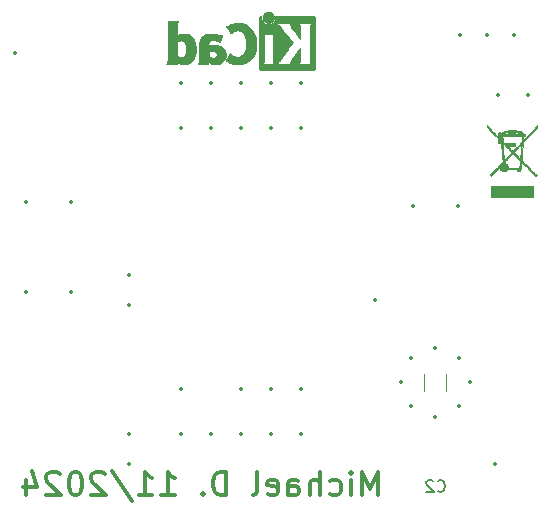
<source format=gbo>
%TF.GenerationSoftware,KiCad,Pcbnew,8.0.6*%
%TF.CreationDate,2024-11-21T00:19:29+01:00*%
%TF.ProjectId,3458A Ref A9 Clone,33343538-4120-4526-9566-20413920436c,rev?*%
%TF.SameCoordinates,Original*%
%TF.FileFunction,Legend,Bot*%
%TF.FilePolarity,Positive*%
%FSLAX46Y46*%
G04 Gerber Fmt 4.6, Leading zero omitted, Abs format (unit mm)*
G04 Created by KiCad (PCBNEW 8.0.6) date 2024-11-21 00:19:29*
%MOMM*%
%LPD*%
G01*
G04 APERTURE LIST*
%ADD10C,0.300000*%
%ADD11C,0.150000*%
%ADD12C,0.010000*%
%ADD13C,0.120000*%
%ADD14C,0.350000*%
G04 APERTURE END LIST*
D10*
X164807441Y-134105638D02*
X164807441Y-132105638D01*
X164807441Y-132105638D02*
X164140774Y-133534209D01*
X164140774Y-133534209D02*
X163474108Y-132105638D01*
X163474108Y-132105638D02*
X163474108Y-134105638D01*
X162521727Y-134105638D02*
X162521727Y-132772304D01*
X162521727Y-132105638D02*
X162616965Y-132200876D01*
X162616965Y-132200876D02*
X162521727Y-132296114D01*
X162521727Y-132296114D02*
X162426489Y-132200876D01*
X162426489Y-132200876D02*
X162521727Y-132105638D01*
X162521727Y-132105638D02*
X162521727Y-132296114D01*
X160712203Y-134010400D02*
X160902679Y-134105638D01*
X160902679Y-134105638D02*
X161283632Y-134105638D01*
X161283632Y-134105638D02*
X161474108Y-134010400D01*
X161474108Y-134010400D02*
X161569346Y-133915161D01*
X161569346Y-133915161D02*
X161664584Y-133724685D01*
X161664584Y-133724685D02*
X161664584Y-133153257D01*
X161664584Y-133153257D02*
X161569346Y-132962780D01*
X161569346Y-132962780D02*
X161474108Y-132867542D01*
X161474108Y-132867542D02*
X161283632Y-132772304D01*
X161283632Y-132772304D02*
X160902679Y-132772304D01*
X160902679Y-132772304D02*
X160712203Y-132867542D01*
X159855060Y-134105638D02*
X159855060Y-132105638D01*
X158997917Y-134105638D02*
X158997917Y-133058019D01*
X158997917Y-133058019D02*
X159093155Y-132867542D01*
X159093155Y-132867542D02*
X159283631Y-132772304D01*
X159283631Y-132772304D02*
X159569346Y-132772304D01*
X159569346Y-132772304D02*
X159759822Y-132867542D01*
X159759822Y-132867542D02*
X159855060Y-132962780D01*
X157188393Y-134105638D02*
X157188393Y-133058019D01*
X157188393Y-133058019D02*
X157283631Y-132867542D01*
X157283631Y-132867542D02*
X157474107Y-132772304D01*
X157474107Y-132772304D02*
X157855060Y-132772304D01*
X157855060Y-132772304D02*
X158045536Y-132867542D01*
X157188393Y-134010400D02*
X157378869Y-134105638D01*
X157378869Y-134105638D02*
X157855060Y-134105638D01*
X157855060Y-134105638D02*
X158045536Y-134010400D01*
X158045536Y-134010400D02*
X158140774Y-133819923D01*
X158140774Y-133819923D02*
X158140774Y-133629447D01*
X158140774Y-133629447D02*
X158045536Y-133438971D01*
X158045536Y-133438971D02*
X157855060Y-133343733D01*
X157855060Y-133343733D02*
X157378869Y-133343733D01*
X157378869Y-133343733D02*
X157188393Y-133248495D01*
X155474107Y-134010400D02*
X155664583Y-134105638D01*
X155664583Y-134105638D02*
X156045536Y-134105638D01*
X156045536Y-134105638D02*
X156236012Y-134010400D01*
X156236012Y-134010400D02*
X156331250Y-133819923D01*
X156331250Y-133819923D02*
X156331250Y-133058019D01*
X156331250Y-133058019D02*
X156236012Y-132867542D01*
X156236012Y-132867542D02*
X156045536Y-132772304D01*
X156045536Y-132772304D02*
X155664583Y-132772304D01*
X155664583Y-132772304D02*
X155474107Y-132867542D01*
X155474107Y-132867542D02*
X155378869Y-133058019D01*
X155378869Y-133058019D02*
X155378869Y-133248495D01*
X155378869Y-133248495D02*
X156331250Y-133438971D01*
X154236012Y-134105638D02*
X154426488Y-134010400D01*
X154426488Y-134010400D02*
X154521726Y-133819923D01*
X154521726Y-133819923D02*
X154521726Y-132105638D01*
X151950297Y-134105638D02*
X151950297Y-132105638D01*
X151950297Y-132105638D02*
X151474107Y-132105638D01*
X151474107Y-132105638D02*
X151188392Y-132200876D01*
X151188392Y-132200876D02*
X150997916Y-132391352D01*
X150997916Y-132391352D02*
X150902678Y-132581828D01*
X150902678Y-132581828D02*
X150807440Y-132962780D01*
X150807440Y-132962780D02*
X150807440Y-133248495D01*
X150807440Y-133248495D02*
X150902678Y-133629447D01*
X150902678Y-133629447D02*
X150997916Y-133819923D01*
X150997916Y-133819923D02*
X151188392Y-134010400D01*
X151188392Y-134010400D02*
X151474107Y-134105638D01*
X151474107Y-134105638D02*
X151950297Y-134105638D01*
X149950297Y-133915161D02*
X149855059Y-134010400D01*
X149855059Y-134010400D02*
X149950297Y-134105638D01*
X149950297Y-134105638D02*
X150045535Y-134010400D01*
X150045535Y-134010400D02*
X149950297Y-133915161D01*
X149950297Y-133915161D02*
X149950297Y-134105638D01*
X146426487Y-134105638D02*
X147569344Y-134105638D01*
X146997916Y-134105638D02*
X146997916Y-132105638D01*
X146997916Y-132105638D02*
X147188392Y-132391352D01*
X147188392Y-132391352D02*
X147378868Y-132581828D01*
X147378868Y-132581828D02*
X147569344Y-132677066D01*
X144521725Y-134105638D02*
X145664582Y-134105638D01*
X145093154Y-134105638D02*
X145093154Y-132105638D01*
X145093154Y-132105638D02*
X145283630Y-132391352D01*
X145283630Y-132391352D02*
X145474106Y-132581828D01*
X145474106Y-132581828D02*
X145664582Y-132677066D01*
X142236011Y-132010400D02*
X143950296Y-134581828D01*
X141664582Y-132296114D02*
X141569344Y-132200876D01*
X141569344Y-132200876D02*
X141378868Y-132105638D01*
X141378868Y-132105638D02*
X140902677Y-132105638D01*
X140902677Y-132105638D02*
X140712201Y-132200876D01*
X140712201Y-132200876D02*
X140616963Y-132296114D01*
X140616963Y-132296114D02*
X140521725Y-132486590D01*
X140521725Y-132486590D02*
X140521725Y-132677066D01*
X140521725Y-132677066D02*
X140616963Y-132962780D01*
X140616963Y-132962780D02*
X141759820Y-134105638D01*
X141759820Y-134105638D02*
X140521725Y-134105638D01*
X139283630Y-132105638D02*
X139093153Y-132105638D01*
X139093153Y-132105638D02*
X138902677Y-132200876D01*
X138902677Y-132200876D02*
X138807439Y-132296114D01*
X138807439Y-132296114D02*
X138712201Y-132486590D01*
X138712201Y-132486590D02*
X138616963Y-132867542D01*
X138616963Y-132867542D02*
X138616963Y-133343733D01*
X138616963Y-133343733D02*
X138712201Y-133724685D01*
X138712201Y-133724685D02*
X138807439Y-133915161D01*
X138807439Y-133915161D02*
X138902677Y-134010400D01*
X138902677Y-134010400D02*
X139093153Y-134105638D01*
X139093153Y-134105638D02*
X139283630Y-134105638D01*
X139283630Y-134105638D02*
X139474106Y-134010400D01*
X139474106Y-134010400D02*
X139569344Y-133915161D01*
X139569344Y-133915161D02*
X139664582Y-133724685D01*
X139664582Y-133724685D02*
X139759820Y-133343733D01*
X139759820Y-133343733D02*
X139759820Y-132867542D01*
X139759820Y-132867542D02*
X139664582Y-132486590D01*
X139664582Y-132486590D02*
X139569344Y-132296114D01*
X139569344Y-132296114D02*
X139474106Y-132200876D01*
X139474106Y-132200876D02*
X139283630Y-132105638D01*
X137855058Y-132296114D02*
X137759820Y-132200876D01*
X137759820Y-132200876D02*
X137569344Y-132105638D01*
X137569344Y-132105638D02*
X137093153Y-132105638D01*
X137093153Y-132105638D02*
X136902677Y-132200876D01*
X136902677Y-132200876D02*
X136807439Y-132296114D01*
X136807439Y-132296114D02*
X136712201Y-132486590D01*
X136712201Y-132486590D02*
X136712201Y-132677066D01*
X136712201Y-132677066D02*
X136807439Y-132962780D01*
X136807439Y-132962780D02*
X137950296Y-134105638D01*
X137950296Y-134105638D02*
X136712201Y-134105638D01*
X134997915Y-132772304D02*
X134997915Y-134105638D01*
X135474106Y-132010400D02*
X135950296Y-133438971D01*
X135950296Y-133438971D02*
X134712201Y-133438971D01*
D11*
X169838666Y-133709580D02*
X169886285Y-133757200D01*
X169886285Y-133757200D02*
X170029142Y-133804819D01*
X170029142Y-133804819D02*
X170124380Y-133804819D01*
X170124380Y-133804819D02*
X170267237Y-133757200D01*
X170267237Y-133757200D02*
X170362475Y-133661961D01*
X170362475Y-133661961D02*
X170410094Y-133566723D01*
X170410094Y-133566723D02*
X170457713Y-133376247D01*
X170457713Y-133376247D02*
X170457713Y-133233390D01*
X170457713Y-133233390D02*
X170410094Y-133042914D01*
X170410094Y-133042914D02*
X170362475Y-132947676D01*
X170362475Y-132947676D02*
X170267237Y-132852438D01*
X170267237Y-132852438D02*
X170124380Y-132804819D01*
X170124380Y-132804819D02*
X170029142Y-132804819D01*
X170029142Y-132804819D02*
X169886285Y-132852438D01*
X169886285Y-132852438D02*
X169838666Y-132900057D01*
X169457713Y-132900057D02*
X169410094Y-132852438D01*
X169410094Y-132852438D02*
X169314856Y-132804819D01*
X169314856Y-132804819D02*
X169076761Y-132804819D01*
X169076761Y-132804819D02*
X168981523Y-132852438D01*
X168981523Y-132852438D02*
X168933904Y-132900057D01*
X168933904Y-132900057D02*
X168886285Y-132995295D01*
X168886285Y-132995295D02*
X168886285Y-133090533D01*
X168886285Y-133090533D02*
X168933904Y-133233390D01*
X168933904Y-133233390D02*
X169505332Y-133804819D01*
X169505332Y-133804819D02*
X168886285Y-133804819D01*
D12*
%TO.C,REF\u002A\u002A*%
X155622260Y-93181788D02*
X155705011Y-93208991D01*
X155780104Y-93254422D01*
X155851996Y-93320240D01*
X155890544Y-93364505D01*
X155929954Y-93422899D01*
X155955144Y-93483524D01*
X155968559Y-93552803D01*
X155972646Y-93637160D01*
X155972367Y-93683245D01*
X155970158Y-93724388D01*
X155964592Y-93756520D01*
X155954284Y-93787060D01*
X155937846Y-93823427D01*
X155923898Y-93850666D01*
X155865363Y-93936367D01*
X155793317Y-94005555D01*
X155709645Y-94056679D01*
X155616229Y-94088188D01*
X155583132Y-94095163D01*
X155542658Y-94102032D01*
X155509697Y-94103857D01*
X155475396Y-94100885D01*
X155430898Y-94093364D01*
X155379632Y-94080940D01*
X155289132Y-94043050D01*
X155210043Y-93988774D01*
X155144226Y-93920708D01*
X155093538Y-93841449D01*
X155059838Y-93753592D01*
X155044984Y-93659733D01*
X155050834Y-93562468D01*
X155077097Y-93466158D01*
X155122116Y-93377432D01*
X155183071Y-93302357D01*
X155257882Y-93242579D01*
X155344466Y-93199747D01*
X155440741Y-93175509D01*
X155544626Y-93171514D01*
X155622260Y-93181788D01*
G36*
X155622260Y-93181788D02*
G01*
X155705011Y-93208991D01*
X155780104Y-93254422D01*
X155851996Y-93320240D01*
X155890544Y-93364505D01*
X155929954Y-93422899D01*
X155955144Y-93483524D01*
X155968559Y-93552803D01*
X155972646Y-93637160D01*
X155972367Y-93683245D01*
X155970158Y-93724388D01*
X155964592Y-93756520D01*
X155954284Y-93787060D01*
X155937846Y-93823427D01*
X155923898Y-93850666D01*
X155865363Y-93936367D01*
X155793317Y-94005555D01*
X155709645Y-94056679D01*
X155616229Y-94088188D01*
X155583132Y-94095163D01*
X155542658Y-94102032D01*
X155509697Y-94103857D01*
X155475396Y-94100885D01*
X155430898Y-94093364D01*
X155379632Y-94080940D01*
X155289132Y-94043050D01*
X155210043Y-93988774D01*
X155144226Y-93920708D01*
X155093538Y-93841449D01*
X155059838Y-93753592D01*
X155044984Y-93659733D01*
X155050834Y-93562468D01*
X155077097Y-93466158D01*
X155122116Y-93377432D01*
X155183071Y-93302357D01*
X155257882Y-93242579D01*
X155344466Y-93199747D01*
X155440741Y-93175509D01*
X155544626Y-93171514D01*
X155622260Y-93181788D01*
G37*
X153156409Y-94110971D02*
X153251966Y-94128461D01*
X153416256Y-94173502D01*
X153570287Y-94236594D01*
X153716207Y-94318853D01*
X153856164Y-94421395D01*
X153992306Y-94545337D01*
X154036171Y-94590599D01*
X154148456Y-94722803D01*
X154241670Y-94860770D01*
X154318417Y-95008688D01*
X154381301Y-95170741D01*
X154385118Y-95182329D01*
X154435205Y-95368330D01*
X154468597Y-95564459D01*
X154485282Y-95766506D01*
X154485249Y-95970263D01*
X154468489Y-96171519D01*
X154434990Y-96366066D01*
X154384742Y-96549694D01*
X154340888Y-96666991D01*
X154263046Y-96829889D01*
X154169526Y-96983804D01*
X154062520Y-97125609D01*
X153944217Y-97252177D01*
X153816809Y-97360379D01*
X153739304Y-97413058D01*
X153612423Y-97482688D01*
X153474941Y-97541406D01*
X153333414Y-97586525D01*
X153194400Y-97615360D01*
X153180295Y-97617044D01*
X153136851Y-97620372D01*
X153079421Y-97623213D01*
X153013820Y-97625311D01*
X152945865Y-97626406D01*
X152819076Y-97624078D01*
X152671371Y-97611074D01*
X152533477Y-97586071D01*
X152399712Y-97548256D01*
X152376260Y-97539827D01*
X152328310Y-97520346D01*
X152271838Y-97495411D01*
X152210077Y-97466660D01*
X152146261Y-97435728D01*
X152083624Y-97404253D01*
X152025401Y-97373872D01*
X151974825Y-97346221D01*
X151935131Y-97322937D01*
X151909552Y-97305656D01*
X151901323Y-97296017D01*
X151902774Y-97292922D01*
X151913948Y-97273017D01*
X151934832Y-97237358D01*
X151963963Y-97188397D01*
X151999879Y-97128584D01*
X152041118Y-97060371D01*
X152086215Y-96986209D01*
X152267483Y-96688946D01*
X152314013Y-96733477D01*
X152405421Y-96811803D01*
X152519032Y-96886377D01*
X152636820Y-96940412D01*
X152757257Y-96973228D01*
X152878815Y-96984149D01*
X152920283Y-96982806D01*
X153037778Y-96964550D01*
X153147787Y-96925555D01*
X153249128Y-96866608D01*
X153340619Y-96788495D01*
X153421078Y-96692002D01*
X153489325Y-96577916D01*
X153505606Y-96543662D01*
X153551680Y-96420178D01*
X153586804Y-96281856D01*
X153610895Y-96132499D01*
X153623871Y-95975911D01*
X153625647Y-95815894D01*
X153616141Y-95656252D01*
X153595270Y-95500788D01*
X153562950Y-95353304D01*
X153519097Y-95217605D01*
X153481680Y-95131014D01*
X153416883Y-95017626D01*
X153341470Y-94924008D01*
X153255116Y-94849897D01*
X153157493Y-94795032D01*
X153048275Y-94759150D01*
X152927137Y-94741989D01*
X152857736Y-94740818D01*
X152734866Y-94755079D01*
X152619362Y-94790179D01*
X152512651Y-94845620D01*
X152416162Y-94920902D01*
X152400418Y-94935378D01*
X152369848Y-94961900D01*
X152347507Y-94979076D01*
X152337389Y-94983725D01*
X152335404Y-94981535D01*
X152320939Y-94962659D01*
X152297098Y-94929335D01*
X152265727Y-94884318D01*
X152228672Y-94830363D01*
X152187781Y-94770223D01*
X152144900Y-94706656D01*
X152101876Y-94642414D01*
X152060555Y-94580253D01*
X152022784Y-94522929D01*
X151990410Y-94473195D01*
X151965280Y-94433806D01*
X151949240Y-94407518D01*
X151944137Y-94397085D01*
X151948748Y-94392879D01*
X151967965Y-94387871D01*
X151977536Y-94385324D01*
X152005507Y-94374187D01*
X152047146Y-94355740D01*
X152098693Y-94331663D01*
X152156388Y-94303637D01*
X152167655Y-94298092D01*
X152345385Y-94218827D01*
X152515188Y-94159323D01*
X152679128Y-94119183D01*
X152839269Y-94098009D01*
X152997675Y-94095404D01*
X153156409Y-94110971D01*
G36*
X153156409Y-94110971D02*
G01*
X153251966Y-94128461D01*
X153416256Y-94173502D01*
X153570287Y-94236594D01*
X153716207Y-94318853D01*
X153856164Y-94421395D01*
X153992306Y-94545337D01*
X154036171Y-94590599D01*
X154148456Y-94722803D01*
X154241670Y-94860770D01*
X154318417Y-95008688D01*
X154381301Y-95170741D01*
X154385118Y-95182329D01*
X154435205Y-95368330D01*
X154468597Y-95564459D01*
X154485282Y-95766506D01*
X154485249Y-95970263D01*
X154468489Y-96171519D01*
X154434990Y-96366066D01*
X154384742Y-96549694D01*
X154340888Y-96666991D01*
X154263046Y-96829889D01*
X154169526Y-96983804D01*
X154062520Y-97125609D01*
X153944217Y-97252177D01*
X153816809Y-97360379D01*
X153739304Y-97413058D01*
X153612423Y-97482688D01*
X153474941Y-97541406D01*
X153333414Y-97586525D01*
X153194400Y-97615360D01*
X153180295Y-97617044D01*
X153136851Y-97620372D01*
X153079421Y-97623213D01*
X153013820Y-97625311D01*
X152945865Y-97626406D01*
X152819076Y-97624078D01*
X152671371Y-97611074D01*
X152533477Y-97586071D01*
X152399712Y-97548256D01*
X152376260Y-97539827D01*
X152328310Y-97520346D01*
X152271838Y-97495411D01*
X152210077Y-97466660D01*
X152146261Y-97435728D01*
X152083624Y-97404253D01*
X152025401Y-97373872D01*
X151974825Y-97346221D01*
X151935131Y-97322937D01*
X151909552Y-97305656D01*
X151901323Y-97296017D01*
X151902774Y-97292922D01*
X151913948Y-97273017D01*
X151934832Y-97237358D01*
X151963963Y-97188397D01*
X151999879Y-97128584D01*
X152041118Y-97060371D01*
X152086215Y-96986209D01*
X152267483Y-96688946D01*
X152314013Y-96733477D01*
X152405421Y-96811803D01*
X152519032Y-96886377D01*
X152636820Y-96940412D01*
X152757257Y-96973228D01*
X152878815Y-96984149D01*
X152920283Y-96982806D01*
X153037778Y-96964550D01*
X153147787Y-96925555D01*
X153249128Y-96866608D01*
X153340619Y-96788495D01*
X153421078Y-96692002D01*
X153489325Y-96577916D01*
X153505606Y-96543662D01*
X153551680Y-96420178D01*
X153586804Y-96281856D01*
X153610895Y-96132499D01*
X153623871Y-95975911D01*
X153625647Y-95815894D01*
X153616141Y-95656252D01*
X153595270Y-95500788D01*
X153562950Y-95353304D01*
X153519097Y-95217605D01*
X153481680Y-95131014D01*
X153416883Y-95017626D01*
X153341470Y-94924008D01*
X153255116Y-94849897D01*
X153157493Y-94795032D01*
X153048275Y-94759150D01*
X152927137Y-94741989D01*
X152857736Y-94740818D01*
X152734866Y-94755079D01*
X152619362Y-94790179D01*
X152512651Y-94845620D01*
X152416162Y-94920902D01*
X152400418Y-94935378D01*
X152369848Y-94961900D01*
X152347507Y-94979076D01*
X152337389Y-94983725D01*
X152335404Y-94981535D01*
X152320939Y-94962659D01*
X152297098Y-94929335D01*
X152265727Y-94884318D01*
X152228672Y-94830363D01*
X152187781Y-94770223D01*
X152144900Y-94706656D01*
X152101876Y-94642414D01*
X152060555Y-94580253D01*
X152022784Y-94522929D01*
X151990410Y-94473195D01*
X151965280Y-94433806D01*
X151949240Y-94407518D01*
X151944137Y-94397085D01*
X151948748Y-94392879D01*
X151967965Y-94387871D01*
X151977536Y-94385324D01*
X152005507Y-94374187D01*
X152047146Y-94355740D01*
X152098693Y-94331663D01*
X152156388Y-94303637D01*
X152167655Y-94298092D01*
X152345385Y-94218827D01*
X152515188Y-94159323D01*
X152679128Y-94119183D01*
X152839269Y-94098009D01*
X152997675Y-94095404D01*
X153156409Y-94110971D01*
G37*
X149353692Y-96391649D02*
X149352966Y-96469096D01*
X149344387Y-96620532D01*
X149325531Y-96757221D01*
X149295535Y-96883214D01*
X149253534Y-97002563D01*
X149198667Y-97119319D01*
X149131865Y-97230117D01*
X149041061Y-97343677D01*
X148937406Y-97439149D01*
X148821585Y-97516011D01*
X148694284Y-97573735D01*
X148556187Y-97611796D01*
X148518491Y-97617604D01*
X148439450Y-97623334D01*
X148351327Y-97623521D01*
X148261934Y-97618477D01*
X148179082Y-97608516D01*
X148110585Y-97593950D01*
X148079733Y-97584302D01*
X148002428Y-97554061D01*
X147925377Y-97516555D01*
X147855898Y-97475552D01*
X147801313Y-97434817D01*
X147778614Y-97415443D01*
X147755899Y-97397600D01*
X147744477Y-97390716D01*
X147743235Y-97392362D01*
X147740426Y-97410143D01*
X147738474Y-97443308D01*
X147737743Y-97486671D01*
X147737743Y-97582627D01*
X146879594Y-97582627D01*
X146913859Y-97521912D01*
X146919053Y-97512806D01*
X146927413Y-97498187D01*
X146934986Y-97484111D01*
X146941810Y-97469478D01*
X146947925Y-97453187D01*
X146953371Y-97434136D01*
X146958185Y-97411224D01*
X146962406Y-97383351D01*
X146966075Y-97349416D01*
X146969229Y-97308317D01*
X146971909Y-97258953D01*
X146974152Y-97200224D01*
X146975997Y-97131028D01*
X146977485Y-97050264D01*
X146978653Y-96956832D01*
X146979542Y-96849630D01*
X146980189Y-96727558D01*
X146980634Y-96589514D01*
X146980916Y-96434397D01*
X146981073Y-96261106D01*
X146981146Y-96068541D01*
X146981172Y-95855600D01*
X146981183Y-95719468D01*
X147782898Y-95719468D01*
X147782898Y-96869659D01*
X147853454Y-96916027D01*
X147894115Y-96939729D01*
X147948244Y-96965577D01*
X147997387Y-96983767D01*
X148060863Y-96999489D01*
X148157029Y-97010479D01*
X148241598Y-97002303D01*
X148314917Y-96974743D01*
X148377335Y-96927580D01*
X148429200Y-96860596D01*
X148470858Y-96773571D01*
X148502660Y-96666288D01*
X148505243Y-96653947D01*
X148513698Y-96592710D01*
X148519361Y-96515630D01*
X148522274Y-96427940D01*
X148522481Y-96334872D01*
X148520028Y-96241658D01*
X148514959Y-96153532D01*
X148507317Y-96075726D01*
X148497146Y-96013471D01*
X148495865Y-96007604D01*
X148466824Y-95897059D01*
X148432308Y-95806513D01*
X148391154Y-95733891D01*
X148342197Y-95677119D01*
X148284272Y-95634122D01*
X148252318Y-95618553D01*
X148179482Y-95599660D01*
X148098141Y-95596403D01*
X148013017Y-95608327D01*
X147928831Y-95634978D01*
X147850306Y-95675900D01*
X147782898Y-95719468D01*
X146981183Y-95719468D01*
X146981191Y-95621183D01*
X146981387Y-93936316D01*
X147886715Y-93936316D01*
X147862283Y-93973005D01*
X147856016Y-93982585D01*
X147829906Y-94028919D01*
X147812167Y-94076040D01*
X147800606Y-94131189D01*
X147793029Y-94201605D01*
X147792537Y-94208588D01*
X147790760Y-94246579D01*
X147789142Y-94300514D01*
X147787697Y-94367641D01*
X147786438Y-94445209D01*
X147785378Y-94530466D01*
X147784527Y-94620662D01*
X147783901Y-94713045D01*
X147783510Y-94804863D01*
X147783368Y-94893365D01*
X147783488Y-94975800D01*
X147783881Y-95049417D01*
X147784560Y-95111464D01*
X147785539Y-95159189D01*
X147786830Y-95189842D01*
X147788445Y-95200671D01*
X147796655Y-95196271D01*
X147818345Y-95181300D01*
X147847712Y-95159386D01*
X147896577Y-95125174D01*
X147984823Y-95078652D01*
X148083614Y-95044984D01*
X148196208Y-95023169D01*
X148325862Y-95012203D01*
X148418368Y-95011157D01*
X148539709Y-95020952D01*
X148649797Y-95045112D01*
X148753087Y-95084723D01*
X148854036Y-95140870D01*
X148899201Y-95171821D01*
X149004609Y-95263053D01*
X149096236Y-95372044D01*
X149174030Y-95498664D01*
X149237939Y-95642783D01*
X149287912Y-95804270D01*
X149323896Y-95982997D01*
X149345841Y-96178833D01*
X149351598Y-96334872D01*
X149353692Y-96391649D01*
G36*
X149353692Y-96391649D02*
G01*
X149352966Y-96469096D01*
X149344387Y-96620532D01*
X149325531Y-96757221D01*
X149295535Y-96883214D01*
X149253534Y-97002563D01*
X149198667Y-97119319D01*
X149131865Y-97230117D01*
X149041061Y-97343677D01*
X148937406Y-97439149D01*
X148821585Y-97516011D01*
X148694284Y-97573735D01*
X148556187Y-97611796D01*
X148518491Y-97617604D01*
X148439450Y-97623334D01*
X148351327Y-97623521D01*
X148261934Y-97618477D01*
X148179082Y-97608516D01*
X148110585Y-97593950D01*
X148079733Y-97584302D01*
X148002428Y-97554061D01*
X147925377Y-97516555D01*
X147855898Y-97475552D01*
X147801313Y-97434817D01*
X147778614Y-97415443D01*
X147755899Y-97397600D01*
X147744477Y-97390716D01*
X147743235Y-97392362D01*
X147740426Y-97410143D01*
X147738474Y-97443308D01*
X147737743Y-97486671D01*
X147737743Y-97582627D01*
X146879594Y-97582627D01*
X146913859Y-97521912D01*
X146919053Y-97512806D01*
X146927413Y-97498187D01*
X146934986Y-97484111D01*
X146941810Y-97469478D01*
X146947925Y-97453187D01*
X146953371Y-97434136D01*
X146958185Y-97411224D01*
X146962406Y-97383351D01*
X146966075Y-97349416D01*
X146969229Y-97308317D01*
X146971909Y-97258953D01*
X146974152Y-97200224D01*
X146975997Y-97131028D01*
X146977485Y-97050264D01*
X146978653Y-96956832D01*
X146979542Y-96849630D01*
X146980189Y-96727558D01*
X146980634Y-96589514D01*
X146980916Y-96434397D01*
X146981073Y-96261106D01*
X146981146Y-96068541D01*
X146981172Y-95855600D01*
X146981183Y-95719468D01*
X147782898Y-95719468D01*
X147782898Y-96869659D01*
X147853454Y-96916027D01*
X147894115Y-96939729D01*
X147948244Y-96965577D01*
X147997387Y-96983767D01*
X148060863Y-96999489D01*
X148157029Y-97010479D01*
X148241598Y-97002303D01*
X148314917Y-96974743D01*
X148377335Y-96927580D01*
X148429200Y-96860596D01*
X148470858Y-96773571D01*
X148502660Y-96666288D01*
X148505243Y-96653947D01*
X148513698Y-96592710D01*
X148519361Y-96515630D01*
X148522274Y-96427940D01*
X148522481Y-96334872D01*
X148520028Y-96241658D01*
X148514959Y-96153532D01*
X148507317Y-96075726D01*
X148497146Y-96013471D01*
X148495865Y-96007604D01*
X148466824Y-95897059D01*
X148432308Y-95806513D01*
X148391154Y-95733891D01*
X148342197Y-95677119D01*
X148284272Y-95634122D01*
X148252318Y-95618553D01*
X148179482Y-95599660D01*
X148098141Y-95596403D01*
X148013017Y-95608327D01*
X147928831Y-95634978D01*
X147850306Y-95675900D01*
X147782898Y-95719468D01*
X146981183Y-95719468D01*
X146981191Y-95621183D01*
X146981387Y-93936316D01*
X147886715Y-93936316D01*
X147862283Y-93973005D01*
X147856016Y-93982585D01*
X147829906Y-94028919D01*
X147812167Y-94076040D01*
X147800606Y-94131189D01*
X147793029Y-94201605D01*
X147792537Y-94208588D01*
X147790760Y-94246579D01*
X147789142Y-94300514D01*
X147787697Y-94367641D01*
X147786438Y-94445209D01*
X147785378Y-94530466D01*
X147784527Y-94620662D01*
X147783901Y-94713045D01*
X147783510Y-94804863D01*
X147783368Y-94893365D01*
X147783488Y-94975800D01*
X147783881Y-95049417D01*
X147784560Y-95111464D01*
X147785539Y-95159189D01*
X147786830Y-95189842D01*
X147788445Y-95200671D01*
X147796655Y-95196271D01*
X147818345Y-95181300D01*
X147847712Y-95159386D01*
X147896577Y-95125174D01*
X147984823Y-95078652D01*
X148083614Y-95044984D01*
X148196208Y-95023169D01*
X148325862Y-95012203D01*
X148418368Y-95011157D01*
X148539709Y-95020952D01*
X148649797Y-95045112D01*
X148753087Y-95084723D01*
X148854036Y-95140870D01*
X148899201Y-95171821D01*
X149004609Y-95263053D01*
X149096236Y-95372044D01*
X149174030Y-95498664D01*
X149237939Y-95642783D01*
X149287912Y-95804270D01*
X149323896Y-95982997D01*
X149345841Y-96178833D01*
X149351598Y-96334872D01*
X149353692Y-96391649D01*
G37*
X151895453Y-96792405D02*
X151894959Y-96826301D01*
X151891330Y-96901140D01*
X151883720Y-96963339D01*
X151871386Y-97019922D01*
X151827011Y-97146014D01*
X151764098Y-97260617D01*
X151683936Y-97361506D01*
X151587438Y-97447862D01*
X151475520Y-97518870D01*
X151349095Y-97573714D01*
X151209076Y-97611576D01*
X151172847Y-97617289D01*
X151093853Y-97623251D01*
X151005539Y-97623584D01*
X150915773Y-97618597D01*
X150832420Y-97608604D01*
X150763349Y-97593916D01*
X150676885Y-97563687D01*
X150566984Y-97508995D01*
X150469654Y-97441481D01*
X150407565Y-97390494D01*
X150404303Y-97486560D01*
X150401041Y-97582627D01*
X149978148Y-97582627D01*
X149967241Y-97582624D01*
X149872754Y-97582318D01*
X149786029Y-97581554D01*
X149709535Y-97580389D01*
X149645741Y-97578880D01*
X149597116Y-97577085D01*
X149566131Y-97575059D01*
X149555254Y-97572860D01*
X149555276Y-97572401D01*
X149562312Y-97556848D01*
X149578132Y-97534009D01*
X149582432Y-97528576D01*
X149593475Y-97514544D01*
X149603009Y-97501124D01*
X149611159Y-97486660D01*
X149618050Y-97469494D01*
X149623809Y-97447972D01*
X149628560Y-97420436D01*
X149632429Y-97385230D01*
X149635542Y-97340698D01*
X149638023Y-97285184D01*
X149639998Y-97217031D01*
X149641592Y-97134583D01*
X149642932Y-97036184D01*
X149644142Y-96920177D01*
X149645347Y-96784906D01*
X149646293Y-96673524D01*
X150447076Y-96673524D01*
X150447076Y-96869400D01*
X150491746Y-96925911D01*
X150504483Y-96941150D01*
X150551302Y-96983782D01*
X150611953Y-97019610D01*
X150622595Y-97024788D01*
X150661374Y-97041683D01*
X150696390Y-97051847D01*
X150736420Y-97057263D01*
X150790239Y-97059916D01*
X150808346Y-97060321D01*
X150883709Y-97057478D01*
X150944441Y-97045558D01*
X150996150Y-97022975D01*
X151044444Y-96988149D01*
X151049501Y-96983736D01*
X151097970Y-96928098D01*
X151126157Y-96864271D01*
X151135450Y-96789220D01*
X151128218Y-96717631D01*
X151103494Y-96654583D01*
X151058947Y-96596696D01*
X151004017Y-96549746D01*
X150931592Y-96509899D01*
X150845038Y-96482201D01*
X150742368Y-96466034D01*
X150621592Y-96460780D01*
X150612705Y-96460795D01*
X150557358Y-96461593D01*
X150510434Y-96463426D01*
X150476651Y-96466049D01*
X150460726Y-96469212D01*
X150456641Y-96475679D01*
X150452270Y-96497813D01*
X150449302Y-96536926D01*
X150447612Y-96594877D01*
X150447076Y-96673524D01*
X149646293Y-96673524D01*
X149646673Y-96628716D01*
X149647926Y-96485950D01*
X149649349Y-96340880D01*
X149650874Y-96214965D01*
X149652631Y-96106374D01*
X149654749Y-96013272D01*
X149657358Y-95933829D01*
X149660588Y-95866211D01*
X149664567Y-95808587D01*
X149669426Y-95759123D01*
X149675295Y-95715988D01*
X149682302Y-95677348D01*
X149690578Y-95641372D01*
X149700252Y-95606227D01*
X149711454Y-95570080D01*
X149724314Y-95531099D01*
X149739788Y-95488029D01*
X149782692Y-95395809D01*
X149836433Y-95316037D01*
X149905274Y-95241903D01*
X149982883Y-95178343D01*
X150087459Y-95116663D01*
X150206942Y-95069140D01*
X150342206Y-95035505D01*
X150494124Y-95015490D01*
X150663570Y-95008827D01*
X150721588Y-95009225D01*
X150787096Y-95011273D01*
X150848391Y-95015642D01*
X150909795Y-95022973D01*
X150975630Y-95033907D01*
X151050218Y-95049085D01*
X151137882Y-95069147D01*
X151242943Y-95094735D01*
X151271504Y-95101758D01*
X151346752Y-95119714D01*
X151417086Y-95135758D01*
X151478265Y-95148966D01*
X151526052Y-95158412D01*
X151556209Y-95163169D01*
X151584481Y-95166848D01*
X151610758Y-95172125D01*
X151620757Y-95176880D01*
X151617650Y-95185719D01*
X151606892Y-95213010D01*
X151589562Y-95255844D01*
X151566824Y-95311363D01*
X151539845Y-95376710D01*
X151509788Y-95449027D01*
X151503191Y-95464817D01*
X151464605Y-95555422D01*
X151433466Y-95625155D01*
X151409615Y-95674343D01*
X151392896Y-95703312D01*
X151383152Y-95712390D01*
X151375464Y-95710343D01*
X151349113Y-95700698D01*
X151310680Y-95685128D01*
X151265520Y-95665753D01*
X151170991Y-95627752D01*
X151034178Y-95586718D01*
X150892987Y-95561550D01*
X150855012Y-95557549D01*
X150751757Y-95555385D01*
X150664650Y-95568560D01*
X150592827Y-95597694D01*
X150535429Y-95643404D01*
X150491594Y-95706310D01*
X150460460Y-95787030D01*
X150441168Y-95886183D01*
X150433748Y-95945162D01*
X150595634Y-95938383D01*
X150722193Y-95936751D01*
X150873649Y-95943132D01*
X151022094Y-95957715D01*
X151158276Y-95979820D01*
X151222943Y-95994759D01*
X151355188Y-96037679D01*
X151477460Y-96094278D01*
X151587383Y-96162955D01*
X151682581Y-96242108D01*
X151760678Y-96330134D01*
X151819297Y-96425431D01*
X151843293Y-96477802D01*
X151868930Y-96548528D01*
X151885176Y-96619750D01*
X151893520Y-96698650D01*
X151895388Y-96789220D01*
X151895453Y-96792405D01*
G36*
X151895453Y-96792405D02*
G01*
X151894959Y-96826301D01*
X151891330Y-96901140D01*
X151883720Y-96963339D01*
X151871386Y-97019922D01*
X151827011Y-97146014D01*
X151764098Y-97260617D01*
X151683936Y-97361506D01*
X151587438Y-97447862D01*
X151475520Y-97518870D01*
X151349095Y-97573714D01*
X151209076Y-97611576D01*
X151172847Y-97617289D01*
X151093853Y-97623251D01*
X151005539Y-97623584D01*
X150915773Y-97618597D01*
X150832420Y-97608604D01*
X150763349Y-97593916D01*
X150676885Y-97563687D01*
X150566984Y-97508995D01*
X150469654Y-97441481D01*
X150407565Y-97390494D01*
X150404303Y-97486560D01*
X150401041Y-97582627D01*
X149978148Y-97582627D01*
X149967241Y-97582624D01*
X149872754Y-97582318D01*
X149786029Y-97581554D01*
X149709535Y-97580389D01*
X149645741Y-97578880D01*
X149597116Y-97577085D01*
X149566131Y-97575059D01*
X149555254Y-97572860D01*
X149555276Y-97572401D01*
X149562312Y-97556848D01*
X149578132Y-97534009D01*
X149582432Y-97528576D01*
X149593475Y-97514544D01*
X149603009Y-97501124D01*
X149611159Y-97486660D01*
X149618050Y-97469494D01*
X149623809Y-97447972D01*
X149628560Y-97420436D01*
X149632429Y-97385230D01*
X149635542Y-97340698D01*
X149638023Y-97285184D01*
X149639998Y-97217031D01*
X149641592Y-97134583D01*
X149642932Y-97036184D01*
X149644142Y-96920177D01*
X149645347Y-96784906D01*
X149646293Y-96673524D01*
X150447076Y-96673524D01*
X150447076Y-96869400D01*
X150491746Y-96925911D01*
X150504483Y-96941150D01*
X150551302Y-96983782D01*
X150611953Y-97019610D01*
X150622595Y-97024788D01*
X150661374Y-97041683D01*
X150696390Y-97051847D01*
X150736420Y-97057263D01*
X150790239Y-97059916D01*
X150808346Y-97060321D01*
X150883709Y-97057478D01*
X150944441Y-97045558D01*
X150996150Y-97022975D01*
X151044444Y-96988149D01*
X151049501Y-96983736D01*
X151097970Y-96928098D01*
X151126157Y-96864271D01*
X151135450Y-96789220D01*
X151128218Y-96717631D01*
X151103494Y-96654583D01*
X151058947Y-96596696D01*
X151004017Y-96549746D01*
X150931592Y-96509899D01*
X150845038Y-96482201D01*
X150742368Y-96466034D01*
X150621592Y-96460780D01*
X150612705Y-96460795D01*
X150557358Y-96461593D01*
X150510434Y-96463426D01*
X150476651Y-96466049D01*
X150460726Y-96469212D01*
X150456641Y-96475679D01*
X150452270Y-96497813D01*
X150449302Y-96536926D01*
X150447612Y-96594877D01*
X150447076Y-96673524D01*
X149646293Y-96673524D01*
X149646673Y-96628716D01*
X149647926Y-96485950D01*
X149649349Y-96340880D01*
X149650874Y-96214965D01*
X149652631Y-96106374D01*
X149654749Y-96013272D01*
X149657358Y-95933829D01*
X149660588Y-95866211D01*
X149664567Y-95808587D01*
X149669426Y-95759123D01*
X149675295Y-95715988D01*
X149682302Y-95677348D01*
X149690578Y-95641372D01*
X149700252Y-95606227D01*
X149711454Y-95570080D01*
X149724314Y-95531099D01*
X149739788Y-95488029D01*
X149782692Y-95395809D01*
X149836433Y-95316037D01*
X149905274Y-95241903D01*
X149982883Y-95178343D01*
X150087459Y-95116663D01*
X150206942Y-95069140D01*
X150342206Y-95035505D01*
X150494124Y-95015490D01*
X150663570Y-95008827D01*
X150721588Y-95009225D01*
X150787096Y-95011273D01*
X150848391Y-95015642D01*
X150909795Y-95022973D01*
X150975630Y-95033907D01*
X151050218Y-95049085D01*
X151137882Y-95069147D01*
X151242943Y-95094735D01*
X151271504Y-95101758D01*
X151346752Y-95119714D01*
X151417086Y-95135758D01*
X151478265Y-95148966D01*
X151526052Y-95158412D01*
X151556209Y-95163169D01*
X151584481Y-95166848D01*
X151610758Y-95172125D01*
X151620757Y-95176880D01*
X151617650Y-95185719D01*
X151606892Y-95213010D01*
X151589562Y-95255844D01*
X151566824Y-95311363D01*
X151539845Y-95376710D01*
X151509788Y-95449027D01*
X151503191Y-95464817D01*
X151464605Y-95555422D01*
X151433466Y-95625155D01*
X151409615Y-95674343D01*
X151392896Y-95703312D01*
X151383152Y-95712390D01*
X151375464Y-95710343D01*
X151349113Y-95700698D01*
X151310680Y-95685128D01*
X151265520Y-95665753D01*
X151170991Y-95627752D01*
X151034178Y-95586718D01*
X150892987Y-95561550D01*
X150855012Y-95557549D01*
X150751757Y-95555385D01*
X150664650Y-95568560D01*
X150592827Y-95597694D01*
X150535429Y-95643404D01*
X150491594Y-95706310D01*
X150460460Y-95787030D01*
X150441168Y-95886183D01*
X150433748Y-95945162D01*
X150595634Y-95938383D01*
X150722193Y-95936751D01*
X150873649Y-95943132D01*
X151022094Y-95957715D01*
X151158276Y-95979820D01*
X151222943Y-95994759D01*
X151355188Y-96037679D01*
X151477460Y-96094278D01*
X151587383Y-96162955D01*
X151682581Y-96242108D01*
X151760678Y-96330134D01*
X151819297Y-96425431D01*
X151843293Y-96477802D01*
X151868930Y-96548528D01*
X151885176Y-96619750D01*
X151893520Y-96698650D01*
X151895388Y-96789220D01*
X151895453Y-96792405D01*
G37*
X159443312Y-94260730D02*
X159443757Y-94391949D01*
X159444060Y-94539154D01*
X159444246Y-94703287D01*
X159444340Y-94885290D01*
X159444369Y-95086103D01*
X159444359Y-95306670D01*
X159444334Y-95547930D01*
X159444320Y-95810827D01*
X159444320Y-95852978D01*
X159444344Y-96113606D01*
X159444383Y-96352734D01*
X159444406Y-96571298D01*
X159444385Y-96770233D01*
X159444291Y-96950473D01*
X159444093Y-97112953D01*
X159443761Y-97258608D01*
X159443267Y-97388372D01*
X159442581Y-97503181D01*
X159441674Y-97603968D01*
X159440515Y-97691668D01*
X159439076Y-97767217D01*
X159437327Y-97831549D01*
X159435238Y-97885599D01*
X159432781Y-97930301D01*
X159429925Y-97966590D01*
X159426641Y-97995401D01*
X159422900Y-98017669D01*
X159418672Y-98034328D01*
X159413927Y-98046313D01*
X159408637Y-98054559D01*
X159402771Y-98060000D01*
X159396300Y-98063572D01*
X159389195Y-98066208D01*
X159381426Y-98068844D01*
X159372964Y-98072415D01*
X159368606Y-98074083D01*
X159360093Y-98076049D01*
X159347392Y-98077849D01*
X159329583Y-98079493D01*
X159305747Y-98080985D01*
X159274964Y-98082335D01*
X159236315Y-98083549D01*
X159188880Y-98084635D01*
X159131741Y-98085599D01*
X159063977Y-98086449D01*
X158984669Y-98087191D01*
X158892897Y-98087835D01*
X158787742Y-98088385D01*
X158668285Y-98088851D01*
X158533606Y-98089238D01*
X158382786Y-98089554D01*
X158214904Y-98089807D01*
X158029043Y-98090004D01*
X157824281Y-98090151D01*
X157599700Y-98090256D01*
X157354380Y-98090327D01*
X157087402Y-98090370D01*
X157049019Y-98090375D01*
X156783620Y-98090418D01*
X156539748Y-98090463D01*
X156316481Y-98090486D01*
X156112894Y-98090462D01*
X155928065Y-98090368D01*
X155761071Y-98090181D01*
X155610988Y-98089877D01*
X155476894Y-98089432D01*
X155357864Y-98088823D01*
X155252977Y-98088027D01*
X155161308Y-98087018D01*
X155081935Y-98085775D01*
X155013935Y-98084273D01*
X154956384Y-98082489D01*
X154908360Y-98080399D01*
X154868938Y-98077980D01*
X154837197Y-98075208D01*
X154812212Y-98072059D01*
X154793062Y-98068510D01*
X154778821Y-98064536D01*
X154768569Y-98060116D01*
X154761380Y-98055224D01*
X154756333Y-98049838D01*
X154752503Y-98043934D01*
X154748969Y-98037487D01*
X154744806Y-98030475D01*
X154743723Y-98028625D01*
X154741511Y-98023118D01*
X154739484Y-98014806D01*
X154737636Y-98002747D01*
X154735959Y-97986001D01*
X154734443Y-97963625D01*
X154733081Y-97934678D01*
X154731865Y-97898218D01*
X154730787Y-97853305D01*
X154729838Y-97798995D01*
X154729010Y-97734348D01*
X154728295Y-97658422D01*
X154727685Y-97570276D01*
X154727640Y-97561431D01*
X155019076Y-97561431D01*
X155022958Y-97562703D01*
X155046218Y-97564729D01*
X155088572Y-97566564D01*
X155147830Y-97568165D01*
X155221805Y-97569487D01*
X155308308Y-97570486D01*
X155405150Y-97571118D01*
X155510143Y-97571338D01*
X156208349Y-97571338D01*
X157362788Y-97571338D01*
X157362154Y-97495138D01*
X157363272Y-97453098D01*
X157369002Y-97417272D01*
X157381588Y-97379710D01*
X157403266Y-97331515D01*
X157406487Y-97324835D01*
X157431886Y-97275297D01*
X157458694Y-97227307D01*
X157481615Y-97190404D01*
X157486183Y-97183772D01*
X157508214Y-97152531D01*
X157540391Y-97107592D01*
X157581155Y-97051085D01*
X157628943Y-96985142D01*
X157682196Y-96911895D01*
X157739353Y-96833474D01*
X157798853Y-96752010D01*
X157859135Y-96669636D01*
X157918638Y-96588482D01*
X157975803Y-96510680D01*
X158029068Y-96438361D01*
X158076872Y-96373656D01*
X158117655Y-96318697D01*
X158149856Y-96275614D01*
X158171914Y-96246540D01*
X158182269Y-96233605D01*
X158186742Y-96229289D01*
X158190934Y-96227250D01*
X158194341Y-96229864D01*
X158197023Y-96238924D01*
X158199039Y-96256223D01*
X158200446Y-96283552D01*
X158201303Y-96322703D01*
X158201668Y-96375471D01*
X158201601Y-96443645D01*
X158201158Y-96529020D01*
X158200400Y-96633387D01*
X158199383Y-96758538D01*
X158199006Y-96803238D01*
X158197867Y-96924333D01*
X158196670Y-97025626D01*
X158195334Y-97109200D01*
X158193775Y-97177142D01*
X158191913Y-97231537D01*
X158189664Y-97274470D01*
X158186946Y-97308027D01*
X158183677Y-97334293D01*
X158179776Y-97355354D01*
X158175159Y-97373295D01*
X158166890Y-97399708D01*
X158143281Y-97461710D01*
X158117383Y-97514511D01*
X158092233Y-97551583D01*
X158091037Y-97553013D01*
X158088866Y-97557362D01*
X158091026Y-97560964D01*
X158099342Y-97563889D01*
X158115638Y-97566207D01*
X158141739Y-97567989D01*
X158179469Y-97569305D01*
X158230654Y-97570224D01*
X158297118Y-97570816D01*
X158380685Y-97571153D01*
X158483181Y-97571303D01*
X158606430Y-97571338D01*
X159137994Y-97571338D01*
X159099221Y-97513721D01*
X159093130Y-97504831D01*
X159082674Y-97490007D01*
X159073277Y-97476360D01*
X159064881Y-97462703D01*
X159057431Y-97447849D01*
X159050871Y-97430608D01*
X159045144Y-97409793D01*
X159040193Y-97384218D01*
X159035964Y-97352693D01*
X159032399Y-97314031D01*
X159029442Y-97267045D01*
X159027038Y-97210546D01*
X159025129Y-97143347D01*
X159023660Y-97064260D01*
X159022574Y-96972098D01*
X159021816Y-96865672D01*
X159021328Y-96743795D01*
X159021056Y-96605279D01*
X159020941Y-96448937D01*
X159020929Y-96273580D01*
X159020963Y-96078020D01*
X159020987Y-95861071D01*
X159020978Y-95738451D01*
X159020941Y-95533385D01*
X159020925Y-95349054D01*
X159020986Y-95184272D01*
X159021182Y-95037854D01*
X159021568Y-94908612D01*
X159022203Y-94795360D01*
X159023142Y-94696913D01*
X159024443Y-94612082D01*
X159026162Y-94539682D01*
X159028357Y-94478527D01*
X159031083Y-94427430D01*
X159034399Y-94385205D01*
X159038360Y-94350665D01*
X159043023Y-94322624D01*
X159048445Y-94299896D01*
X159054684Y-94281294D01*
X159061795Y-94265631D01*
X159069836Y-94251722D01*
X159078864Y-94238379D01*
X159088934Y-94224417D01*
X159100105Y-94208649D01*
X159139895Y-94150805D01*
X158080012Y-94150805D01*
X158118009Y-94213904D01*
X158132691Y-94238943D01*
X158147229Y-94266524D01*
X158159325Y-94294638D01*
X158169230Y-94325489D01*
X158177192Y-94361282D01*
X158183459Y-94404221D01*
X158188280Y-94456512D01*
X158191904Y-94520357D01*
X158194579Y-94597963D01*
X158196555Y-94691532D01*
X158198080Y-94803271D01*
X158199402Y-94935383D01*
X158200311Y-95055372D01*
X158200718Y-95172001D01*
X158200465Y-95267469D01*
X158199555Y-95341494D01*
X158197991Y-95393793D01*
X158195777Y-95424087D01*
X158192918Y-95432094D01*
X158189859Y-95428796D01*
X158171704Y-95407346D01*
X158141973Y-95370827D01*
X158102337Y-95321380D01*
X158054469Y-95261145D01*
X158000041Y-95192265D01*
X157940725Y-95116881D01*
X157878193Y-95037134D01*
X157814119Y-94955166D01*
X157750173Y-94873118D01*
X157688029Y-94793132D01*
X157629359Y-94717349D01*
X157575835Y-94647911D01*
X157529128Y-94586959D01*
X157490912Y-94536634D01*
X157462859Y-94499078D01*
X157446641Y-94476433D01*
X157401333Y-94404150D01*
X157361359Y-94324401D01*
X157339828Y-94256126D01*
X157336525Y-94198782D01*
X157341814Y-94150805D01*
X156210054Y-94151055D01*
X156249565Y-94181660D01*
X156258946Y-94189027D01*
X156321881Y-94243376D01*
X156390695Y-94311197D01*
X156467294Y-94394454D01*
X156553586Y-94495116D01*
X156570750Y-94515785D01*
X156611531Y-94565347D01*
X156661286Y-94626264D01*
X156718653Y-94696836D01*
X156782267Y-94775362D01*
X156850767Y-94860142D01*
X156922788Y-94949475D01*
X156996968Y-95041660D01*
X157012215Y-95060640D01*
X157071944Y-95134998D01*
X157146351Y-95227786D01*
X157218829Y-95318326D01*
X157288012Y-95404916D01*
X157352539Y-95485856D01*
X157411045Y-95559444D01*
X157462168Y-95623982D01*
X157504545Y-95677767D01*
X157536813Y-95719100D01*
X157557608Y-95746280D01*
X157565567Y-95757606D01*
X157563809Y-95761709D01*
X157550928Y-95782272D01*
X157526583Y-95818499D01*
X157491945Y-95868762D01*
X157448184Y-95931430D01*
X157396473Y-96004874D01*
X157337982Y-96087465D01*
X157273882Y-96177574D01*
X157205344Y-96273569D01*
X157133541Y-96373823D01*
X157059642Y-96476706D01*
X156984819Y-96580588D01*
X156910243Y-96683839D01*
X156837085Y-96784830D01*
X156766517Y-96881932D01*
X156699709Y-96973515D01*
X156637833Y-97057949D01*
X156582059Y-97133605D01*
X156533560Y-97198854D01*
X156493505Y-97252066D01*
X156463067Y-97291611D01*
X156442642Y-97316964D01*
X156396597Y-97371233D01*
X156346310Y-97427713D01*
X156299513Y-97477607D01*
X156208349Y-97571338D01*
X155510143Y-97571338D01*
X155579054Y-97571287D01*
X155677305Y-97571029D01*
X155766728Y-97570575D01*
X155845031Y-97569948D01*
X155909921Y-97569173D01*
X155959109Y-97568273D01*
X155990302Y-97567272D01*
X156001209Y-97566195D01*
X156000020Y-97562975D01*
X155989874Y-97545390D01*
X155972738Y-97519096D01*
X155964238Y-97506629D01*
X155955027Y-97492560D01*
X155946931Y-97478289D01*
X155939883Y-97462417D01*
X155933815Y-97443547D01*
X155928659Y-97420279D01*
X155924349Y-97391216D01*
X155920817Y-97354959D01*
X155917995Y-97310108D01*
X155915816Y-97255266D01*
X155914212Y-97189035D01*
X155913117Y-97110015D01*
X155912463Y-97016809D01*
X155912182Y-96908017D01*
X155912207Y-96782241D01*
X155912470Y-96638083D01*
X155912904Y-96474145D01*
X155913443Y-96289027D01*
X155913977Y-96110170D01*
X155914503Y-95951312D01*
X155915048Y-95812254D01*
X155915643Y-95691603D01*
X155916317Y-95587966D01*
X155917101Y-95499949D01*
X155918024Y-95426161D01*
X155919117Y-95365207D01*
X155920410Y-95315695D01*
X155921933Y-95276231D01*
X155923717Y-95245422D01*
X155925790Y-95221876D01*
X155928184Y-95204198D01*
X155930928Y-95190997D01*
X155934054Y-95180878D01*
X155937590Y-95172449D01*
X155941489Y-95164313D01*
X155961136Y-95127482D01*
X155979923Y-95097329D01*
X155980970Y-95095846D01*
X155995300Y-95073597D01*
X156001209Y-95060640D01*
X156000202Y-95060187D01*
X155983003Y-95058741D01*
X155946354Y-95057418D01*
X155892660Y-95056254D01*
X155824328Y-95055285D01*
X155743762Y-95054549D01*
X155653368Y-95054080D01*
X155555551Y-95053916D01*
X155109893Y-95053916D01*
X155106818Y-96230783D01*
X155103743Y-97407649D01*
X155077105Y-97466560D01*
X155065183Y-97491121D01*
X155047944Y-97521372D01*
X155034772Y-97538498D01*
X155026774Y-97546529D01*
X155019076Y-97561431D01*
X154727640Y-97561431D01*
X154727172Y-97468967D01*
X154726748Y-97353555D01*
X154726404Y-97223098D01*
X154726132Y-97076654D01*
X154725925Y-96913282D01*
X154725774Y-96732039D01*
X154725670Y-96531986D01*
X154725606Y-96312179D01*
X154725574Y-96071677D01*
X154725565Y-95809540D01*
X154725565Y-93617969D01*
X154763947Y-93579587D01*
X154791053Y-93555849D01*
X154817951Y-93544049D01*
X154854258Y-93541205D01*
X154906187Y-93541205D01*
X154906187Y-93629144D01*
X154908125Y-93679040D01*
X154926897Y-93789461D01*
X154963915Y-93890925D01*
X155017067Y-93982090D01*
X155084244Y-94061611D01*
X155163336Y-94128143D01*
X155252232Y-94180344D01*
X155348823Y-94216868D01*
X155450998Y-94236372D01*
X155556648Y-94237511D01*
X155663662Y-94218943D01*
X155769930Y-94179322D01*
X155866917Y-94121454D01*
X155951991Y-94046622D01*
X156020713Y-93958553D01*
X156071616Y-93859554D01*
X156103233Y-93751931D01*
X156114098Y-93637992D01*
X156114098Y-93541205D01*
X157734451Y-93541205D01*
X157945595Y-93541218D01*
X158149718Y-93541268D01*
X158333384Y-93541368D01*
X158497689Y-93541530D01*
X158643727Y-93541767D01*
X158772592Y-93542091D01*
X158885381Y-93542513D01*
X158983186Y-93543047D01*
X159067102Y-93543705D01*
X159138225Y-93544499D01*
X159197648Y-93545442D01*
X159246466Y-93546546D01*
X159285775Y-93547822D01*
X159316667Y-93549285D01*
X159340239Y-93550945D01*
X159357584Y-93552816D01*
X159369797Y-93554910D01*
X159377973Y-93557238D01*
X159383206Y-93559814D01*
X159389202Y-93563383D01*
X159395977Y-93566916D01*
X159402176Y-93570426D01*
X159407824Y-93574856D01*
X159412945Y-93581146D01*
X159417567Y-93590239D01*
X159421713Y-93603077D01*
X159425411Y-93620600D01*
X159428685Y-93643751D01*
X159431561Y-93673472D01*
X159434065Y-93710703D01*
X159436222Y-93756387D01*
X159438058Y-93811465D01*
X159439598Y-93876879D01*
X159440868Y-93953571D01*
X159441893Y-94042482D01*
X159442699Y-94144555D01*
X159442732Y-94150805D01*
X159443312Y-94260730D01*
G36*
X159443312Y-94260730D02*
G01*
X159443757Y-94391949D01*
X159444060Y-94539154D01*
X159444246Y-94703287D01*
X159444340Y-94885290D01*
X159444369Y-95086103D01*
X159444359Y-95306670D01*
X159444334Y-95547930D01*
X159444320Y-95810827D01*
X159444320Y-95852978D01*
X159444344Y-96113606D01*
X159444383Y-96352734D01*
X159444406Y-96571298D01*
X159444385Y-96770233D01*
X159444291Y-96950473D01*
X159444093Y-97112953D01*
X159443761Y-97258608D01*
X159443267Y-97388372D01*
X159442581Y-97503181D01*
X159441674Y-97603968D01*
X159440515Y-97691668D01*
X159439076Y-97767217D01*
X159437327Y-97831549D01*
X159435238Y-97885599D01*
X159432781Y-97930301D01*
X159429925Y-97966590D01*
X159426641Y-97995401D01*
X159422900Y-98017669D01*
X159418672Y-98034328D01*
X159413927Y-98046313D01*
X159408637Y-98054559D01*
X159402771Y-98060000D01*
X159396300Y-98063572D01*
X159389195Y-98066208D01*
X159381426Y-98068844D01*
X159372964Y-98072415D01*
X159368606Y-98074083D01*
X159360093Y-98076049D01*
X159347392Y-98077849D01*
X159329583Y-98079493D01*
X159305747Y-98080985D01*
X159274964Y-98082335D01*
X159236315Y-98083549D01*
X159188880Y-98084635D01*
X159131741Y-98085599D01*
X159063977Y-98086449D01*
X158984669Y-98087191D01*
X158892897Y-98087835D01*
X158787742Y-98088385D01*
X158668285Y-98088851D01*
X158533606Y-98089238D01*
X158382786Y-98089554D01*
X158214904Y-98089807D01*
X158029043Y-98090004D01*
X157824281Y-98090151D01*
X157599700Y-98090256D01*
X157354380Y-98090327D01*
X157087402Y-98090370D01*
X157049019Y-98090375D01*
X156783620Y-98090418D01*
X156539748Y-98090463D01*
X156316481Y-98090486D01*
X156112894Y-98090462D01*
X155928065Y-98090368D01*
X155761071Y-98090181D01*
X155610988Y-98089877D01*
X155476894Y-98089432D01*
X155357864Y-98088823D01*
X155252977Y-98088027D01*
X155161308Y-98087018D01*
X155081935Y-98085775D01*
X155013935Y-98084273D01*
X154956384Y-98082489D01*
X154908360Y-98080399D01*
X154868938Y-98077980D01*
X154837197Y-98075208D01*
X154812212Y-98072059D01*
X154793062Y-98068510D01*
X154778821Y-98064536D01*
X154768569Y-98060116D01*
X154761380Y-98055224D01*
X154756333Y-98049838D01*
X154752503Y-98043934D01*
X154748969Y-98037487D01*
X154744806Y-98030475D01*
X154743723Y-98028625D01*
X154741511Y-98023118D01*
X154739484Y-98014806D01*
X154737636Y-98002747D01*
X154735959Y-97986001D01*
X154734443Y-97963625D01*
X154733081Y-97934678D01*
X154731865Y-97898218D01*
X154730787Y-97853305D01*
X154729838Y-97798995D01*
X154729010Y-97734348D01*
X154728295Y-97658422D01*
X154727685Y-97570276D01*
X154727640Y-97561431D01*
X155019076Y-97561431D01*
X155022958Y-97562703D01*
X155046218Y-97564729D01*
X155088572Y-97566564D01*
X155147830Y-97568165D01*
X155221805Y-97569487D01*
X155308308Y-97570486D01*
X155405150Y-97571118D01*
X155510143Y-97571338D01*
X156208349Y-97571338D01*
X157362788Y-97571338D01*
X157362154Y-97495138D01*
X157363272Y-97453098D01*
X157369002Y-97417272D01*
X157381588Y-97379710D01*
X157403266Y-97331515D01*
X157406487Y-97324835D01*
X157431886Y-97275297D01*
X157458694Y-97227307D01*
X157481615Y-97190404D01*
X157486183Y-97183772D01*
X157508214Y-97152531D01*
X157540391Y-97107592D01*
X157581155Y-97051085D01*
X157628943Y-96985142D01*
X157682196Y-96911895D01*
X157739353Y-96833474D01*
X157798853Y-96752010D01*
X157859135Y-96669636D01*
X157918638Y-96588482D01*
X157975803Y-96510680D01*
X158029068Y-96438361D01*
X158076872Y-96373656D01*
X158117655Y-96318697D01*
X158149856Y-96275614D01*
X158171914Y-96246540D01*
X158182269Y-96233605D01*
X158186742Y-96229289D01*
X158190934Y-96227250D01*
X158194341Y-96229864D01*
X158197023Y-96238924D01*
X158199039Y-96256223D01*
X158200446Y-96283552D01*
X158201303Y-96322703D01*
X158201668Y-96375471D01*
X158201601Y-96443645D01*
X158201158Y-96529020D01*
X158200400Y-96633387D01*
X158199383Y-96758538D01*
X158199006Y-96803238D01*
X158197867Y-96924333D01*
X158196670Y-97025626D01*
X158195334Y-97109200D01*
X158193775Y-97177142D01*
X158191913Y-97231537D01*
X158189664Y-97274470D01*
X158186946Y-97308027D01*
X158183677Y-97334293D01*
X158179776Y-97355354D01*
X158175159Y-97373295D01*
X158166890Y-97399708D01*
X158143281Y-97461710D01*
X158117383Y-97514511D01*
X158092233Y-97551583D01*
X158091037Y-97553013D01*
X158088866Y-97557362D01*
X158091026Y-97560964D01*
X158099342Y-97563889D01*
X158115638Y-97566207D01*
X158141739Y-97567989D01*
X158179469Y-97569305D01*
X158230654Y-97570224D01*
X158297118Y-97570816D01*
X158380685Y-97571153D01*
X158483181Y-97571303D01*
X158606430Y-97571338D01*
X159137994Y-97571338D01*
X159099221Y-97513721D01*
X159093130Y-97504831D01*
X159082674Y-97490007D01*
X159073277Y-97476360D01*
X159064881Y-97462703D01*
X159057431Y-97447849D01*
X159050871Y-97430608D01*
X159045144Y-97409793D01*
X159040193Y-97384218D01*
X159035964Y-97352693D01*
X159032399Y-97314031D01*
X159029442Y-97267045D01*
X159027038Y-97210546D01*
X159025129Y-97143347D01*
X159023660Y-97064260D01*
X159022574Y-96972098D01*
X159021816Y-96865672D01*
X159021328Y-96743795D01*
X159021056Y-96605279D01*
X159020941Y-96448937D01*
X159020929Y-96273580D01*
X159020963Y-96078020D01*
X159020987Y-95861071D01*
X159020978Y-95738451D01*
X159020941Y-95533385D01*
X159020925Y-95349054D01*
X159020986Y-95184272D01*
X159021182Y-95037854D01*
X159021568Y-94908612D01*
X159022203Y-94795360D01*
X159023142Y-94696913D01*
X159024443Y-94612082D01*
X159026162Y-94539682D01*
X159028357Y-94478527D01*
X159031083Y-94427430D01*
X159034399Y-94385205D01*
X159038360Y-94350665D01*
X159043023Y-94322624D01*
X159048445Y-94299896D01*
X159054684Y-94281294D01*
X159061795Y-94265631D01*
X159069836Y-94251722D01*
X159078864Y-94238379D01*
X159088934Y-94224417D01*
X159100105Y-94208649D01*
X159139895Y-94150805D01*
X158080012Y-94150805D01*
X158118009Y-94213904D01*
X158132691Y-94238943D01*
X158147229Y-94266524D01*
X158159325Y-94294638D01*
X158169230Y-94325489D01*
X158177192Y-94361282D01*
X158183459Y-94404221D01*
X158188280Y-94456512D01*
X158191904Y-94520357D01*
X158194579Y-94597963D01*
X158196555Y-94691532D01*
X158198080Y-94803271D01*
X158199402Y-94935383D01*
X158200311Y-95055372D01*
X158200718Y-95172001D01*
X158200465Y-95267469D01*
X158199555Y-95341494D01*
X158197991Y-95393793D01*
X158195777Y-95424087D01*
X158192918Y-95432094D01*
X158189859Y-95428796D01*
X158171704Y-95407346D01*
X158141973Y-95370827D01*
X158102337Y-95321380D01*
X158054469Y-95261145D01*
X158000041Y-95192265D01*
X157940725Y-95116881D01*
X157878193Y-95037134D01*
X157814119Y-94955166D01*
X157750173Y-94873118D01*
X157688029Y-94793132D01*
X157629359Y-94717349D01*
X157575835Y-94647911D01*
X157529128Y-94586959D01*
X157490912Y-94536634D01*
X157462859Y-94499078D01*
X157446641Y-94476433D01*
X157401333Y-94404150D01*
X157361359Y-94324401D01*
X157339828Y-94256126D01*
X157336525Y-94198782D01*
X157341814Y-94150805D01*
X156210054Y-94151055D01*
X156249565Y-94181660D01*
X156258946Y-94189027D01*
X156321881Y-94243376D01*
X156390695Y-94311197D01*
X156467294Y-94394454D01*
X156553586Y-94495116D01*
X156570750Y-94515785D01*
X156611531Y-94565347D01*
X156661286Y-94626264D01*
X156718653Y-94696836D01*
X156782267Y-94775362D01*
X156850767Y-94860142D01*
X156922788Y-94949475D01*
X156996968Y-95041660D01*
X157012215Y-95060640D01*
X157071944Y-95134998D01*
X157146351Y-95227786D01*
X157218829Y-95318326D01*
X157288012Y-95404916D01*
X157352539Y-95485856D01*
X157411045Y-95559444D01*
X157462168Y-95623982D01*
X157504545Y-95677767D01*
X157536813Y-95719100D01*
X157557608Y-95746280D01*
X157565567Y-95757606D01*
X157563809Y-95761709D01*
X157550928Y-95782272D01*
X157526583Y-95818499D01*
X157491945Y-95868762D01*
X157448184Y-95931430D01*
X157396473Y-96004874D01*
X157337982Y-96087465D01*
X157273882Y-96177574D01*
X157205344Y-96273569D01*
X157133541Y-96373823D01*
X157059642Y-96476706D01*
X156984819Y-96580588D01*
X156910243Y-96683839D01*
X156837085Y-96784830D01*
X156766517Y-96881932D01*
X156699709Y-96973515D01*
X156637833Y-97057949D01*
X156582059Y-97133605D01*
X156533560Y-97198854D01*
X156493505Y-97252066D01*
X156463067Y-97291611D01*
X156442642Y-97316964D01*
X156396597Y-97371233D01*
X156346310Y-97427713D01*
X156299513Y-97477607D01*
X156208349Y-97571338D01*
X155510143Y-97571338D01*
X155579054Y-97571287D01*
X155677305Y-97571029D01*
X155766728Y-97570575D01*
X155845031Y-97569948D01*
X155909921Y-97569173D01*
X155959109Y-97568273D01*
X155990302Y-97567272D01*
X156001209Y-97566195D01*
X156000020Y-97562975D01*
X155989874Y-97545390D01*
X155972738Y-97519096D01*
X155964238Y-97506629D01*
X155955027Y-97492560D01*
X155946931Y-97478289D01*
X155939883Y-97462417D01*
X155933815Y-97443547D01*
X155928659Y-97420279D01*
X155924349Y-97391216D01*
X155920817Y-97354959D01*
X155917995Y-97310108D01*
X155915816Y-97255266D01*
X155914212Y-97189035D01*
X155913117Y-97110015D01*
X155912463Y-97016809D01*
X155912182Y-96908017D01*
X155912207Y-96782241D01*
X155912470Y-96638083D01*
X155912904Y-96474145D01*
X155913443Y-96289027D01*
X155913977Y-96110170D01*
X155914503Y-95951312D01*
X155915048Y-95812254D01*
X155915643Y-95691603D01*
X155916317Y-95587966D01*
X155917101Y-95499949D01*
X155918024Y-95426161D01*
X155919117Y-95365207D01*
X155920410Y-95315695D01*
X155921933Y-95276231D01*
X155923717Y-95245422D01*
X155925790Y-95221876D01*
X155928184Y-95204198D01*
X155930928Y-95190997D01*
X155934054Y-95180878D01*
X155937590Y-95172449D01*
X155941489Y-95164313D01*
X155961136Y-95127482D01*
X155979923Y-95097329D01*
X155980970Y-95095846D01*
X155995300Y-95073597D01*
X156001209Y-95060640D01*
X156000202Y-95060187D01*
X155983003Y-95058741D01*
X155946354Y-95057418D01*
X155892660Y-95056254D01*
X155824328Y-95055285D01*
X155743762Y-95054549D01*
X155653368Y-95054080D01*
X155555551Y-95053916D01*
X155109893Y-95053916D01*
X155106818Y-96230783D01*
X155103743Y-97407649D01*
X155077105Y-97466560D01*
X155065183Y-97491121D01*
X155047944Y-97521372D01*
X155034772Y-97538498D01*
X155026774Y-97546529D01*
X155019076Y-97561431D01*
X154727640Y-97561431D01*
X154727172Y-97468967D01*
X154726748Y-97353555D01*
X154726404Y-97223098D01*
X154726132Y-97076654D01*
X154725925Y-96913282D01*
X154725774Y-96732039D01*
X154725670Y-96531986D01*
X154725606Y-96312179D01*
X154725574Y-96071677D01*
X154725565Y-95809540D01*
X154725565Y-93617969D01*
X154763947Y-93579587D01*
X154791053Y-93555849D01*
X154817951Y-93544049D01*
X154854258Y-93541205D01*
X154906187Y-93541205D01*
X154906187Y-93629144D01*
X154908125Y-93679040D01*
X154926897Y-93789461D01*
X154963915Y-93890925D01*
X155017067Y-93982090D01*
X155084244Y-94061611D01*
X155163336Y-94128143D01*
X155252232Y-94180344D01*
X155348823Y-94216868D01*
X155450998Y-94236372D01*
X155556648Y-94237511D01*
X155663662Y-94218943D01*
X155769930Y-94179322D01*
X155866917Y-94121454D01*
X155951991Y-94046622D01*
X156020713Y-93958553D01*
X156071616Y-93859554D01*
X156103233Y-93751931D01*
X156114098Y-93637992D01*
X156114098Y-93541205D01*
X157734451Y-93541205D01*
X157945595Y-93541218D01*
X158149718Y-93541268D01*
X158333384Y-93541368D01*
X158497689Y-93541530D01*
X158643727Y-93541767D01*
X158772592Y-93542091D01*
X158885381Y-93542513D01*
X158983186Y-93543047D01*
X159067102Y-93543705D01*
X159138225Y-93544499D01*
X159197648Y-93545442D01*
X159246466Y-93546546D01*
X159285775Y-93547822D01*
X159316667Y-93549285D01*
X159340239Y-93550945D01*
X159357584Y-93552816D01*
X159369797Y-93554910D01*
X159377973Y-93557238D01*
X159383206Y-93559814D01*
X159389202Y-93563383D01*
X159395977Y-93566916D01*
X159402176Y-93570426D01*
X159407824Y-93574856D01*
X159412945Y-93581146D01*
X159417567Y-93590239D01*
X159421713Y-93603077D01*
X159425411Y-93620600D01*
X159428685Y-93643751D01*
X159431561Y-93673472D01*
X159434065Y-93710703D01*
X159436222Y-93756387D01*
X159438058Y-93811465D01*
X159439598Y-93876879D01*
X159440868Y-93953571D01*
X159441893Y-94042482D01*
X159442699Y-94144555D01*
X159442732Y-94150805D01*
X159443312Y-94260730D01*
G37*
D13*
%TO.C,C2*%
X168720018Y-125231238D02*
X168720018Y-123808734D01*
X170540018Y-125231238D02*
X170540018Y-123808734D01*
D12*
%TO.C,REF\u002A\u002A*%
X177921971Y-108808822D02*
X174401178Y-108808822D01*
X174401178Y-107941198D01*
X177921971Y-107941198D01*
X177921971Y-108808822D01*
G36*
X177921971Y-108808822D02*
G01*
X174401178Y-108808822D01*
X174401178Y-107941198D01*
X177921971Y-107941198D01*
X177921971Y-108808822D01*
G37*
X176890894Y-103266718D02*
X176891388Y-103279668D01*
X176897819Y-103301411D01*
X176916123Y-103319851D01*
X176951830Y-103341801D01*
X176983174Y-103361854D01*
X177030893Y-103400356D01*
X177074138Y-103443579D01*
X177107219Y-103485627D01*
X177124442Y-103520604D01*
X177128662Y-103534081D01*
X177136480Y-103543334D01*
X177139116Y-103546454D01*
X177160662Y-103551696D01*
X177200314Y-103552782D01*
X177268109Y-103552782D01*
X177268109Y-103665951D01*
X177108577Y-103665951D01*
X177093682Y-103843732D01*
X177091682Y-103868037D01*
X177087023Y-103928880D01*
X177083731Y-103978389D01*
X177082092Y-104011992D01*
X177082390Y-104025116D01*
X177086724Y-104021343D01*
X177106496Y-104001676D01*
X177140679Y-103966818D01*
X177187541Y-103918576D01*
X177245354Y-103858757D01*
X177312387Y-103789167D01*
X177386912Y-103711615D01*
X177467197Y-103627907D01*
X177551513Y-103539849D01*
X177638130Y-103449250D01*
X177725319Y-103357915D01*
X177811349Y-103267653D01*
X177894492Y-103180269D01*
X177973016Y-103097572D01*
X178045192Y-103021368D01*
X178109291Y-102953463D01*
X178163583Y-102895666D01*
X178260592Y-102792040D01*
X178261034Y-102880315D01*
X178261475Y-102968589D01*
X177660938Y-103600158D01*
X177060401Y-104231726D01*
X177048396Y-104375674D01*
X177000365Y-104951635D01*
X176991876Y-105053791D01*
X176981343Y-105181612D01*
X176971621Y-105300767D01*
X176962898Y-105408914D01*
X176955358Y-105503713D01*
X176949187Y-105582819D01*
X176944573Y-105643892D01*
X176941700Y-105684590D01*
X176940754Y-105702570D01*
X176943251Y-105710808D01*
X176954471Y-105728599D01*
X176975751Y-105755411D01*
X176986021Y-105767129D01*
X177008225Y-105792466D01*
X177053023Y-105840986D01*
X177111281Y-105902192D01*
X177184129Y-105977307D01*
X177272703Y-106067550D01*
X177378134Y-106174145D01*
X177447492Y-106244093D01*
X177544179Y-106341658D01*
X177640526Y-106438941D01*
X177733638Y-106533014D01*
X177820618Y-106620950D01*
X177898569Y-106699820D01*
X177964596Y-106766699D01*
X178015802Y-106818658D01*
X178216514Y-107022620D01*
X178180058Y-107060671D01*
X178171460Y-107069245D01*
X178146095Y-107090297D01*
X178128695Y-107098723D01*
X178115071Y-107091530D01*
X178089743Y-107069944D01*
X178059379Y-107038995D01*
X178040896Y-107019448D01*
X178006427Y-106983752D01*
X177957712Y-106933684D01*
X177896469Y-106871001D01*
X177824420Y-106797457D01*
X177743285Y-106714810D01*
X177654784Y-106624815D01*
X177560637Y-106529228D01*
X177462565Y-106429805D01*
X176920161Y-105880343D01*
X176898066Y-106165746D01*
X176893250Y-106226662D01*
X176886216Y-106308548D01*
X176879872Y-106370569D01*
X176873748Y-106415987D01*
X176867373Y-106448062D01*
X176860277Y-106470052D01*
X176851991Y-106485219D01*
X176840393Y-106506416D01*
X176830850Y-106545386D01*
X176828010Y-106601531D01*
X176828010Y-106683773D01*
X176601674Y-106683773D01*
X176601674Y-106507733D01*
X175756082Y-106507733D01*
X175707203Y-106563262D01*
X175693836Y-106577722D01*
X175621388Y-106635813D01*
X175539532Y-106671576D01*
X175450900Y-106683773D01*
X175372692Y-106677306D01*
X175284233Y-106650047D01*
X175208507Y-106601328D01*
X175193748Y-106587403D01*
X175156864Y-106542328D01*
X175124503Y-106489819D01*
X175101297Y-106438061D01*
X175091879Y-106395239D01*
X175091697Y-106389023D01*
X175090342Y-106366246D01*
X175086800Y-106350513D01*
X175079390Y-106343068D01*
X175066431Y-106345156D01*
X175046243Y-106358020D01*
X175017145Y-106382905D01*
X174977456Y-106421053D01*
X174925496Y-106473710D01*
X174859584Y-106542119D01*
X174778040Y-106627524D01*
X174734604Y-106673112D01*
X174662000Y-106749441D01*
X174593309Y-106821808D01*
X174531223Y-106887366D01*
X174478434Y-106943274D01*
X174437634Y-106986686D01*
X174411515Y-107014758D01*
X174340119Y-107092436D01*
X174251863Y-107004416D01*
X174797690Y-106432287D01*
X174832105Y-106396188D01*
X174954546Y-106267272D01*
X175059651Y-106155754D01*
X175147736Y-106061288D01*
X175219116Y-105983529D01*
X175269588Y-105927174D01*
X175476247Y-105927174D01*
X175477872Y-105940434D01*
X175478156Y-105941819D01*
X175491698Y-105973228D01*
X175518748Y-105987863D01*
X175602129Y-106019063D01*
X175676418Y-106071038D01*
X175734846Y-106139791D01*
X175774890Y-106222315D01*
X175794026Y-106315606D01*
X175800364Y-106394565D01*
X176749838Y-106394565D01*
X176756458Y-106366273D01*
X176757629Y-106359329D01*
X176761268Y-106328281D01*
X176766234Y-106278081D01*
X176772157Y-106212727D01*
X176778669Y-106136219D01*
X176785401Y-106052555D01*
X176807724Y-105767129D01*
X176506826Y-105461565D01*
X176451636Y-105405704D01*
X176384109Y-105337888D01*
X176323529Y-105277643D01*
X176272021Y-105227052D01*
X176231710Y-105188200D01*
X176204722Y-105163170D01*
X176193182Y-105154046D01*
X176185444Y-105158405D01*
X176162395Y-105178241D01*
X176127709Y-105211375D01*
X176084487Y-105254820D01*
X176035832Y-105305587D01*
X176023140Y-105319051D01*
X175966229Y-105379275D01*
X175898414Y-105450864D01*
X175824800Y-105528437D01*
X175750493Y-105606611D01*
X175680599Y-105680005D01*
X175676401Y-105684409D01*
X175611420Y-105752785D01*
X175561836Y-105805732D01*
X175525688Y-105845767D01*
X175501016Y-105875411D01*
X175485858Y-105897181D01*
X175478256Y-105913595D01*
X175476247Y-105927174D01*
X175269588Y-105927174D01*
X175274105Y-105922131D01*
X175313019Y-105876748D01*
X175336173Y-105847035D01*
X175343882Y-105832644D01*
X175343883Y-105832559D01*
X175342825Y-105814624D01*
X175339737Y-105774421D01*
X175334858Y-105714687D01*
X175328432Y-105638158D01*
X175320700Y-105547569D01*
X175311905Y-105445657D01*
X175302287Y-105335159D01*
X175292091Y-105218811D01*
X175281556Y-105099348D01*
X175270926Y-104979507D01*
X175260442Y-104862025D01*
X175250346Y-104749637D01*
X175240881Y-104645081D01*
X175232288Y-104551091D01*
X175224809Y-104470405D01*
X175218687Y-104405759D01*
X175214162Y-104359888D01*
X175211478Y-104335530D01*
X175206067Y-104294732D01*
X175335253Y-104294732D01*
X175336908Y-104325653D01*
X175340549Y-104377653D01*
X175345995Y-104448487D01*
X175353063Y-104535911D01*
X175361570Y-104637681D01*
X175371335Y-104751552D01*
X175382174Y-104875279D01*
X175393907Y-105006618D01*
X175403079Y-105107908D01*
X175414566Y-105233526D01*
X175425322Y-105349762D01*
X175435131Y-105454380D01*
X175443781Y-105545140D01*
X175451057Y-105619804D01*
X175456746Y-105676134D01*
X175460634Y-105711891D01*
X175462506Y-105724837D01*
X175468188Y-105720826D01*
X175489020Y-105701138D01*
X175522872Y-105667322D01*
X175567412Y-105621837D01*
X175620310Y-105567146D01*
X175679236Y-105505710D01*
X175741858Y-105439990D01*
X175805848Y-105372449D01*
X175868874Y-105305547D01*
X175928606Y-105241746D01*
X175982713Y-105183507D01*
X176028865Y-105133292D01*
X176064733Y-105093563D01*
X176087984Y-105066780D01*
X176094778Y-105057477D01*
X176276601Y-105057477D01*
X176552305Y-105332968D01*
X176619726Y-105400224D01*
X176683267Y-105463162D01*
X176732490Y-105511100D01*
X176769196Y-105545594D01*
X176795190Y-105568199D01*
X176812276Y-105580471D01*
X176822256Y-105583966D01*
X176826935Y-105580238D01*
X176828116Y-105570844D01*
X176828873Y-105555749D01*
X176831601Y-105516883D01*
X176836108Y-105457895D01*
X176842179Y-105381473D01*
X176849596Y-105290305D01*
X176858142Y-105187080D01*
X176867602Y-105074483D01*
X176877758Y-104955205D01*
X176886723Y-104850077D01*
X176896066Y-104739351D01*
X176904443Y-104638814D01*
X176911653Y-104550943D01*
X176917496Y-104478215D01*
X176921769Y-104423110D01*
X176924273Y-104388104D01*
X176924805Y-104375674D01*
X176924384Y-104375908D01*
X176912509Y-104387350D01*
X176886130Y-104414198D01*
X176847570Y-104454018D01*
X176799153Y-104504372D01*
X176743203Y-104562828D01*
X176682042Y-104626948D01*
X176617995Y-104694298D01*
X176553385Y-104762443D01*
X176490535Y-104828948D01*
X176431768Y-104891377D01*
X176379409Y-104947295D01*
X176278533Y-105055406D01*
X176276601Y-105057477D01*
X176094778Y-105057477D01*
X176096290Y-105055406D01*
X176088148Y-105044383D01*
X176064478Y-105017999D01*
X176027478Y-104978527D01*
X175979350Y-104928191D01*
X175922296Y-104869217D01*
X175858520Y-104803830D01*
X175790222Y-104734255D01*
X175719605Y-104662716D01*
X175648871Y-104591438D01*
X175580222Y-104522647D01*
X175515861Y-104458566D01*
X175457989Y-104401422D01*
X175408810Y-104353439D01*
X175370524Y-104316841D01*
X175345334Y-104293854D01*
X175335442Y-104286703D01*
X175335253Y-104294732D01*
X175206067Y-104294732D01*
X175204390Y-104282089D01*
X174929297Y-104282089D01*
X174928968Y-104071471D01*
X174928797Y-103962172D01*
X175029891Y-103962172D01*
X175029891Y-104181495D01*
X175111624Y-104181495D01*
X175118895Y-104181489D01*
X175159950Y-104180613D01*
X175182277Y-104176867D01*
X175191529Y-104168270D01*
X175193357Y-104152840D01*
X175185306Y-104130159D01*
X175157730Y-104092428D01*
X175111624Y-104043179D01*
X175029891Y-103962172D01*
X174928797Y-103962172D01*
X174928639Y-103860852D01*
X174476914Y-103401891D01*
X174025189Y-102942931D01*
X174024570Y-102855848D01*
X174023951Y-102768767D01*
X174565769Y-103317952D01*
X174618137Y-103370998D01*
X174726803Y-103480772D01*
X174819709Y-103574114D01*
X174898055Y-103652173D01*
X174963043Y-103716097D01*
X175015872Y-103767035D01*
X175057743Y-103806135D01*
X175089855Y-103834548D01*
X175113410Y-103853420D01*
X175129608Y-103863901D01*
X175139649Y-103867139D01*
X175156579Y-103866158D01*
X175166084Y-103858996D01*
X175167723Y-103839401D01*
X175163782Y-103801124D01*
X175161065Y-103777025D01*
X175157284Y-103736744D01*
X175155760Y-103709961D01*
X175155015Y-103700728D01*
X175147746Y-103690839D01*
X175127668Y-103687562D01*
X175088689Y-103688992D01*
X175078737Y-103689553D01*
X175038898Y-103688921D01*
X175010560Y-103680167D01*
X174990586Y-103665951D01*
X175273852Y-103665951D01*
X175278013Y-103713104D01*
X175279935Y-103734498D01*
X175285924Y-103792909D01*
X175291826Y-103831381D01*
X175298727Y-103853912D01*
X175307712Y-103864498D01*
X175319870Y-103867139D01*
X175330801Y-103868937D01*
X175338050Y-103877530D01*
X175342100Y-103897505D01*
X175343863Y-103933450D01*
X175344248Y-103989952D01*
X175344248Y-104112766D01*
X175384447Y-104152840D01*
X175482565Y-104250654D01*
X175620881Y-104388542D01*
X175620881Y-104282089D01*
X176375337Y-104282089D01*
X176375337Y-104521000D01*
X175756831Y-104521000D01*
X175966592Y-104737906D01*
X176006770Y-104779334D01*
X176062328Y-104836200D01*
X176110570Y-104885082D01*
X176148971Y-104923441D01*
X176175003Y-104948741D01*
X176186140Y-104958442D01*
X176190373Y-104955767D01*
X176210224Y-104937782D01*
X176244451Y-104904481D01*
X176291227Y-104857712D01*
X176348724Y-104799325D01*
X176415112Y-104731169D01*
X176488564Y-104655094D01*
X176567251Y-104572950D01*
X176646341Y-104489943D01*
X176723871Y-104408136D01*
X176786746Y-104341083D01*
X176836502Y-104287007D01*
X176874678Y-104244129D01*
X176902811Y-104210673D01*
X176922440Y-104184861D01*
X176935101Y-104164914D01*
X176942334Y-104149056D01*
X176945675Y-104135509D01*
X176946561Y-104128910D01*
X176950488Y-104092548D01*
X176955459Y-104039018D01*
X176960927Y-103974421D01*
X176966344Y-103904862D01*
X176968181Y-103880635D01*
X176973488Y-103815178D01*
X176978548Y-103758717D01*
X176982863Y-103716618D01*
X176985934Y-103694243D01*
X176991955Y-103665951D01*
X175273852Y-103665951D01*
X174990586Y-103665951D01*
X174982630Y-103660289D01*
X174977820Y-103656104D01*
X174938482Y-103605427D01*
X174922903Y-103552782D01*
X175263698Y-103552782D01*
X176678221Y-103552782D01*
X176676172Y-103502485D01*
X176890881Y-103502485D01*
X176890881Y-103552782D01*
X176947908Y-103552782D01*
X176964993Y-103552662D01*
X176990308Y-103550462D01*
X176997616Y-103543334D01*
X176991943Y-103528508D01*
X176990267Y-103525682D01*
X176971448Y-103503944D01*
X176944183Y-103479820D01*
X176916987Y-103460254D01*
X176898371Y-103452188D01*
X176896697Y-103453463D01*
X176892544Y-103470976D01*
X176890881Y-103502485D01*
X176676172Y-103502485D01*
X176674526Y-103462095D01*
X176670832Y-103371407D01*
X176595386Y-103356252D01*
X176557551Y-103349379D01*
X176494368Y-103339756D01*
X176435065Y-103332496D01*
X176350188Y-103323893D01*
X176350188Y-103427040D01*
X175771773Y-103427040D01*
X175771773Y-103336122D01*
X175699471Y-103344753D01*
X175588998Y-103363249D01*
X175477816Y-103396691D01*
X175385850Y-103443324D01*
X175311542Y-103503786D01*
X175263698Y-103552782D01*
X174922903Y-103552782D01*
X174921172Y-103546934D01*
X174926474Y-103485575D01*
X174954975Y-103426297D01*
X174957733Y-103422606D01*
X174995822Y-103390851D01*
X175045476Y-103372067D01*
X175099002Y-103367071D01*
X175148707Y-103376678D01*
X175186900Y-103401704D01*
X175199831Y-103414480D01*
X175212428Y-103417576D01*
X175230467Y-103407998D01*
X175260928Y-103384082D01*
X175270274Y-103376731D01*
X175342430Y-103330339D01*
X175427915Y-103289084D01*
X175497830Y-103263575D01*
X175872367Y-103263575D01*
X175872367Y-103326446D01*
X176249594Y-103326446D01*
X176249594Y-103263575D01*
X175872367Y-103263575D01*
X175497830Y-103263575D01*
X175518767Y-103255936D01*
X175607027Y-103233868D01*
X175684736Y-103225852D01*
X175692991Y-103225788D01*
X175738879Y-103221321D01*
X175764079Y-103208795D01*
X175771773Y-103186784D01*
X175772676Y-103179849D01*
X175777615Y-103173885D01*
X175789611Y-103169519D01*
X175811680Y-103166503D01*
X175846836Y-103164590D01*
X175898094Y-103163530D01*
X175968471Y-103163077D01*
X176060980Y-103162980D01*
X176147660Y-103163150D01*
X176221332Y-103163834D01*
X176275265Y-103165215D01*
X176312288Y-103167470D01*
X176335230Y-103170778D01*
X176346920Y-103175320D01*
X176350188Y-103181272D01*
X176360937Y-103195888D01*
X176391055Y-103205215D01*
X176402582Y-103206847D01*
X176441886Y-103212591D01*
X176494188Y-103220378D01*
X176551376Y-103229003D01*
X176582916Y-103233393D01*
X176629074Y-103238148D01*
X176661641Y-103239295D01*
X176675023Y-103236495D01*
X176677308Y-103234671D01*
X176698405Y-103230165D01*
X176736355Y-103227029D01*
X176785048Y-103225852D01*
X176890881Y-103225852D01*
X176890894Y-103263575D01*
X176890894Y-103266718D01*
G36*
X176890894Y-103266718D02*
G01*
X176891388Y-103279668D01*
X176897819Y-103301411D01*
X176916123Y-103319851D01*
X176951830Y-103341801D01*
X176983174Y-103361854D01*
X177030893Y-103400356D01*
X177074138Y-103443579D01*
X177107219Y-103485627D01*
X177124442Y-103520604D01*
X177128662Y-103534081D01*
X177136480Y-103543334D01*
X177139116Y-103546454D01*
X177160662Y-103551696D01*
X177200314Y-103552782D01*
X177268109Y-103552782D01*
X177268109Y-103665951D01*
X177108577Y-103665951D01*
X177093682Y-103843732D01*
X177091682Y-103868037D01*
X177087023Y-103928880D01*
X177083731Y-103978389D01*
X177082092Y-104011992D01*
X177082390Y-104025116D01*
X177086724Y-104021343D01*
X177106496Y-104001676D01*
X177140679Y-103966818D01*
X177187541Y-103918576D01*
X177245354Y-103858757D01*
X177312387Y-103789167D01*
X177386912Y-103711615D01*
X177467197Y-103627907D01*
X177551513Y-103539849D01*
X177638130Y-103449250D01*
X177725319Y-103357915D01*
X177811349Y-103267653D01*
X177894492Y-103180269D01*
X177973016Y-103097572D01*
X178045192Y-103021368D01*
X178109291Y-102953463D01*
X178163583Y-102895666D01*
X178260592Y-102792040D01*
X178261034Y-102880315D01*
X178261475Y-102968589D01*
X177660938Y-103600158D01*
X177060401Y-104231726D01*
X177048396Y-104375674D01*
X177000365Y-104951635D01*
X176991876Y-105053791D01*
X176981343Y-105181612D01*
X176971621Y-105300767D01*
X176962898Y-105408914D01*
X176955358Y-105503713D01*
X176949187Y-105582819D01*
X176944573Y-105643892D01*
X176941700Y-105684590D01*
X176940754Y-105702570D01*
X176943251Y-105710808D01*
X176954471Y-105728599D01*
X176975751Y-105755411D01*
X176986021Y-105767129D01*
X177008225Y-105792466D01*
X177053023Y-105840986D01*
X177111281Y-105902192D01*
X177184129Y-105977307D01*
X177272703Y-106067550D01*
X177378134Y-106174145D01*
X177447492Y-106244093D01*
X177544179Y-106341658D01*
X177640526Y-106438941D01*
X177733638Y-106533014D01*
X177820618Y-106620950D01*
X177898569Y-106699820D01*
X177964596Y-106766699D01*
X178015802Y-106818658D01*
X178216514Y-107022620D01*
X178180058Y-107060671D01*
X178171460Y-107069245D01*
X178146095Y-107090297D01*
X178128695Y-107098723D01*
X178115071Y-107091530D01*
X178089743Y-107069944D01*
X178059379Y-107038995D01*
X178040896Y-107019448D01*
X178006427Y-106983752D01*
X177957712Y-106933684D01*
X177896469Y-106871001D01*
X177824420Y-106797457D01*
X177743285Y-106714810D01*
X177654784Y-106624815D01*
X177560637Y-106529228D01*
X177462565Y-106429805D01*
X176920161Y-105880343D01*
X176898066Y-106165746D01*
X176893250Y-106226662D01*
X176886216Y-106308548D01*
X176879872Y-106370569D01*
X176873748Y-106415987D01*
X176867373Y-106448062D01*
X176860277Y-106470052D01*
X176851991Y-106485219D01*
X176840393Y-106506416D01*
X176830850Y-106545386D01*
X176828010Y-106601531D01*
X176828010Y-106683773D01*
X176601674Y-106683773D01*
X176601674Y-106507733D01*
X175756082Y-106507733D01*
X175707203Y-106563262D01*
X175693836Y-106577722D01*
X175621388Y-106635813D01*
X175539532Y-106671576D01*
X175450900Y-106683773D01*
X175372692Y-106677306D01*
X175284233Y-106650047D01*
X175208507Y-106601328D01*
X175193748Y-106587403D01*
X175156864Y-106542328D01*
X175124503Y-106489819D01*
X175101297Y-106438061D01*
X175091879Y-106395239D01*
X175091697Y-106389023D01*
X175090342Y-106366246D01*
X175086800Y-106350513D01*
X175079390Y-106343068D01*
X175066431Y-106345156D01*
X175046243Y-106358020D01*
X175017145Y-106382905D01*
X174977456Y-106421053D01*
X174925496Y-106473710D01*
X174859584Y-106542119D01*
X174778040Y-106627524D01*
X174734604Y-106673112D01*
X174662000Y-106749441D01*
X174593309Y-106821808D01*
X174531223Y-106887366D01*
X174478434Y-106943274D01*
X174437634Y-106986686D01*
X174411515Y-107014758D01*
X174340119Y-107092436D01*
X174251863Y-107004416D01*
X174797690Y-106432287D01*
X174832105Y-106396188D01*
X174954546Y-106267272D01*
X175059651Y-106155754D01*
X175147736Y-106061288D01*
X175219116Y-105983529D01*
X175269588Y-105927174D01*
X175476247Y-105927174D01*
X175477872Y-105940434D01*
X175478156Y-105941819D01*
X175491698Y-105973228D01*
X175518748Y-105987863D01*
X175602129Y-106019063D01*
X175676418Y-106071038D01*
X175734846Y-106139791D01*
X175774890Y-106222315D01*
X175794026Y-106315606D01*
X175800364Y-106394565D01*
X176749838Y-106394565D01*
X176756458Y-106366273D01*
X176757629Y-106359329D01*
X176761268Y-106328281D01*
X176766234Y-106278081D01*
X176772157Y-106212727D01*
X176778669Y-106136219D01*
X176785401Y-106052555D01*
X176807724Y-105767129D01*
X176506826Y-105461565D01*
X176451636Y-105405704D01*
X176384109Y-105337888D01*
X176323529Y-105277643D01*
X176272021Y-105227052D01*
X176231710Y-105188200D01*
X176204722Y-105163170D01*
X176193182Y-105154046D01*
X176185444Y-105158405D01*
X176162395Y-105178241D01*
X176127709Y-105211375D01*
X176084487Y-105254820D01*
X176035832Y-105305587D01*
X176023140Y-105319051D01*
X175966229Y-105379275D01*
X175898414Y-105450864D01*
X175824800Y-105528437D01*
X175750493Y-105606611D01*
X175680599Y-105680005D01*
X175676401Y-105684409D01*
X175611420Y-105752785D01*
X175561836Y-105805732D01*
X175525688Y-105845767D01*
X175501016Y-105875411D01*
X175485858Y-105897181D01*
X175478256Y-105913595D01*
X175476247Y-105927174D01*
X175269588Y-105927174D01*
X175274105Y-105922131D01*
X175313019Y-105876748D01*
X175336173Y-105847035D01*
X175343882Y-105832644D01*
X175343883Y-105832559D01*
X175342825Y-105814624D01*
X175339737Y-105774421D01*
X175334858Y-105714687D01*
X175328432Y-105638158D01*
X175320700Y-105547569D01*
X175311905Y-105445657D01*
X175302287Y-105335159D01*
X175292091Y-105218811D01*
X175281556Y-105099348D01*
X175270926Y-104979507D01*
X175260442Y-104862025D01*
X175250346Y-104749637D01*
X175240881Y-104645081D01*
X175232288Y-104551091D01*
X175224809Y-104470405D01*
X175218687Y-104405759D01*
X175214162Y-104359888D01*
X175211478Y-104335530D01*
X175206067Y-104294732D01*
X175335253Y-104294732D01*
X175336908Y-104325653D01*
X175340549Y-104377653D01*
X175345995Y-104448487D01*
X175353063Y-104535911D01*
X175361570Y-104637681D01*
X175371335Y-104751552D01*
X175382174Y-104875279D01*
X175393907Y-105006618D01*
X175403079Y-105107908D01*
X175414566Y-105233526D01*
X175425322Y-105349762D01*
X175435131Y-105454380D01*
X175443781Y-105545140D01*
X175451057Y-105619804D01*
X175456746Y-105676134D01*
X175460634Y-105711891D01*
X175462506Y-105724837D01*
X175468188Y-105720826D01*
X175489020Y-105701138D01*
X175522872Y-105667322D01*
X175567412Y-105621837D01*
X175620310Y-105567146D01*
X175679236Y-105505710D01*
X175741858Y-105439990D01*
X175805848Y-105372449D01*
X175868874Y-105305547D01*
X175928606Y-105241746D01*
X175982713Y-105183507D01*
X176028865Y-105133292D01*
X176064733Y-105093563D01*
X176087984Y-105066780D01*
X176094778Y-105057477D01*
X176276601Y-105057477D01*
X176552305Y-105332968D01*
X176619726Y-105400224D01*
X176683267Y-105463162D01*
X176732490Y-105511100D01*
X176769196Y-105545594D01*
X176795190Y-105568199D01*
X176812276Y-105580471D01*
X176822256Y-105583966D01*
X176826935Y-105580238D01*
X176828116Y-105570844D01*
X176828873Y-105555749D01*
X176831601Y-105516883D01*
X176836108Y-105457895D01*
X176842179Y-105381473D01*
X176849596Y-105290305D01*
X176858142Y-105187080D01*
X176867602Y-105074483D01*
X176877758Y-104955205D01*
X176886723Y-104850077D01*
X176896066Y-104739351D01*
X176904443Y-104638814D01*
X176911653Y-104550943D01*
X176917496Y-104478215D01*
X176921769Y-104423110D01*
X176924273Y-104388104D01*
X176924805Y-104375674D01*
X176924384Y-104375908D01*
X176912509Y-104387350D01*
X176886130Y-104414198D01*
X176847570Y-104454018D01*
X176799153Y-104504372D01*
X176743203Y-104562828D01*
X176682042Y-104626948D01*
X176617995Y-104694298D01*
X176553385Y-104762443D01*
X176490535Y-104828948D01*
X176431768Y-104891377D01*
X176379409Y-104947295D01*
X176278533Y-105055406D01*
X176276601Y-105057477D01*
X176094778Y-105057477D01*
X176096290Y-105055406D01*
X176088148Y-105044383D01*
X176064478Y-105017999D01*
X176027478Y-104978527D01*
X175979350Y-104928191D01*
X175922296Y-104869217D01*
X175858520Y-104803830D01*
X175790222Y-104734255D01*
X175719605Y-104662716D01*
X175648871Y-104591438D01*
X175580222Y-104522647D01*
X175515861Y-104458566D01*
X175457989Y-104401422D01*
X175408810Y-104353439D01*
X175370524Y-104316841D01*
X175345334Y-104293854D01*
X175335442Y-104286703D01*
X175335253Y-104294732D01*
X175206067Y-104294732D01*
X175204390Y-104282089D01*
X174929297Y-104282089D01*
X174928968Y-104071471D01*
X174928797Y-103962172D01*
X175029891Y-103962172D01*
X175029891Y-104181495D01*
X175111624Y-104181495D01*
X175118895Y-104181489D01*
X175159950Y-104180613D01*
X175182277Y-104176867D01*
X175191529Y-104168270D01*
X175193357Y-104152840D01*
X175185306Y-104130159D01*
X175157730Y-104092428D01*
X175111624Y-104043179D01*
X175029891Y-103962172D01*
X174928797Y-103962172D01*
X174928639Y-103860852D01*
X174476914Y-103401891D01*
X174025189Y-102942931D01*
X174024570Y-102855848D01*
X174023951Y-102768767D01*
X174565769Y-103317952D01*
X174618137Y-103370998D01*
X174726803Y-103480772D01*
X174819709Y-103574114D01*
X174898055Y-103652173D01*
X174963043Y-103716097D01*
X175015872Y-103767035D01*
X175057743Y-103806135D01*
X175089855Y-103834548D01*
X175113410Y-103853420D01*
X175129608Y-103863901D01*
X175139649Y-103867139D01*
X175156579Y-103866158D01*
X175166084Y-103858996D01*
X175167723Y-103839401D01*
X175163782Y-103801124D01*
X175161065Y-103777025D01*
X175157284Y-103736744D01*
X175155760Y-103709961D01*
X175155015Y-103700728D01*
X175147746Y-103690839D01*
X175127668Y-103687562D01*
X175088689Y-103688992D01*
X175078737Y-103689553D01*
X175038898Y-103688921D01*
X175010560Y-103680167D01*
X174990586Y-103665951D01*
X175273852Y-103665951D01*
X175278013Y-103713104D01*
X175279935Y-103734498D01*
X175285924Y-103792909D01*
X175291826Y-103831381D01*
X175298727Y-103853912D01*
X175307712Y-103864498D01*
X175319870Y-103867139D01*
X175330801Y-103868937D01*
X175338050Y-103877530D01*
X175342100Y-103897505D01*
X175343863Y-103933450D01*
X175344248Y-103989952D01*
X175344248Y-104112766D01*
X175384447Y-104152840D01*
X175482565Y-104250654D01*
X175620881Y-104388542D01*
X175620881Y-104282089D01*
X176375337Y-104282089D01*
X176375337Y-104521000D01*
X175756831Y-104521000D01*
X175966592Y-104737906D01*
X176006770Y-104779334D01*
X176062328Y-104836200D01*
X176110570Y-104885082D01*
X176148971Y-104923441D01*
X176175003Y-104948741D01*
X176186140Y-104958442D01*
X176190373Y-104955767D01*
X176210224Y-104937782D01*
X176244451Y-104904481D01*
X176291227Y-104857712D01*
X176348724Y-104799325D01*
X176415112Y-104731169D01*
X176488564Y-104655094D01*
X176567251Y-104572950D01*
X176646341Y-104489943D01*
X176723871Y-104408136D01*
X176786746Y-104341083D01*
X176836502Y-104287007D01*
X176874678Y-104244129D01*
X176902811Y-104210673D01*
X176922440Y-104184861D01*
X176935101Y-104164914D01*
X176942334Y-104149056D01*
X176945675Y-104135509D01*
X176946561Y-104128910D01*
X176950488Y-104092548D01*
X176955459Y-104039018D01*
X176960927Y-103974421D01*
X176966344Y-103904862D01*
X176968181Y-103880635D01*
X176973488Y-103815178D01*
X176978548Y-103758717D01*
X176982863Y-103716618D01*
X176985934Y-103694243D01*
X176991955Y-103665951D01*
X175273852Y-103665951D01*
X174990586Y-103665951D01*
X174982630Y-103660289D01*
X174977820Y-103656104D01*
X174938482Y-103605427D01*
X174922903Y-103552782D01*
X175263698Y-103552782D01*
X176678221Y-103552782D01*
X176676172Y-103502485D01*
X176890881Y-103502485D01*
X176890881Y-103552782D01*
X176947908Y-103552782D01*
X176964993Y-103552662D01*
X176990308Y-103550462D01*
X176997616Y-103543334D01*
X176991943Y-103528508D01*
X176990267Y-103525682D01*
X176971448Y-103503944D01*
X176944183Y-103479820D01*
X176916987Y-103460254D01*
X176898371Y-103452188D01*
X176896697Y-103453463D01*
X176892544Y-103470976D01*
X176890881Y-103502485D01*
X176676172Y-103502485D01*
X176674526Y-103462095D01*
X176670832Y-103371407D01*
X176595386Y-103356252D01*
X176557551Y-103349379D01*
X176494368Y-103339756D01*
X176435065Y-103332496D01*
X176350188Y-103323893D01*
X176350188Y-103427040D01*
X175771773Y-103427040D01*
X175771773Y-103336122D01*
X175699471Y-103344753D01*
X175588998Y-103363249D01*
X175477816Y-103396691D01*
X175385850Y-103443324D01*
X175311542Y-103503786D01*
X175263698Y-103552782D01*
X174922903Y-103552782D01*
X174921172Y-103546934D01*
X174926474Y-103485575D01*
X174954975Y-103426297D01*
X174957733Y-103422606D01*
X174995822Y-103390851D01*
X175045476Y-103372067D01*
X175099002Y-103367071D01*
X175148707Y-103376678D01*
X175186900Y-103401704D01*
X175199831Y-103414480D01*
X175212428Y-103417576D01*
X175230467Y-103407998D01*
X175260928Y-103384082D01*
X175270274Y-103376731D01*
X175342430Y-103330339D01*
X175427915Y-103289084D01*
X175497830Y-103263575D01*
X175872367Y-103263575D01*
X175872367Y-103326446D01*
X176249594Y-103326446D01*
X176249594Y-103263575D01*
X175872367Y-103263575D01*
X175497830Y-103263575D01*
X175518767Y-103255936D01*
X175607027Y-103233868D01*
X175684736Y-103225852D01*
X175692991Y-103225788D01*
X175738879Y-103221321D01*
X175764079Y-103208795D01*
X175771773Y-103186784D01*
X175772676Y-103179849D01*
X175777615Y-103173885D01*
X175789611Y-103169519D01*
X175811680Y-103166503D01*
X175846836Y-103164590D01*
X175898094Y-103163530D01*
X175968471Y-103163077D01*
X176060980Y-103162980D01*
X176147660Y-103163150D01*
X176221332Y-103163834D01*
X176275265Y-103165215D01*
X176312288Y-103167470D01*
X176335230Y-103170778D01*
X176346920Y-103175320D01*
X176350188Y-103181272D01*
X176360937Y-103195888D01*
X176391055Y-103205215D01*
X176402582Y-103206847D01*
X176441886Y-103212591D01*
X176494188Y-103220378D01*
X176551376Y-103229003D01*
X176582916Y-103233393D01*
X176629074Y-103238148D01*
X176661641Y-103239295D01*
X176675023Y-103236495D01*
X176677308Y-103234671D01*
X176698405Y-103230165D01*
X176736355Y-103227029D01*
X176785048Y-103225852D01*
X176890881Y-103225852D01*
X176890894Y-103263575D01*
X176890894Y-103266718D01*
G37*
%TD*%
D14*
X135001000Y-109270800D03*
X138811000Y-109270800D03*
X171577000Y-109601000D03*
X167767000Y-109601000D03*
X172543018Y-124519986D03*
X171687770Y-122455234D03*
X169623018Y-121599986D03*
X167558266Y-122455234D03*
X166703018Y-124519986D03*
X167558266Y-126584738D03*
X169623018Y-127439986D03*
X171687770Y-126584738D03*
X148080000Y-125130000D03*
X153160000Y-125130000D03*
X155700000Y-125130000D03*
X158240000Y-125130000D03*
X148080000Y-128940000D03*
X150620000Y-128940000D03*
X153160000Y-128940000D03*
X155700000Y-128940000D03*
X158240000Y-128940000D03*
X138811000Y-116890800D03*
X135001000Y-116890800D03*
X174713949Y-131466051D03*
X164563949Y-117576051D03*
X143713200Y-131445000D03*
X174955200Y-100177600D03*
X143715000Y-115443000D03*
X143715000Y-117983000D03*
X171715000Y-95122000D03*
X173994999Y-95122000D03*
X176275000Y-95122000D03*
X134073840Y-96696051D03*
X177495200Y-100177600D03*
X143713200Y-128905000D03*
X158250000Y-103020000D03*
X155710000Y-103020000D03*
X153170000Y-103020000D03*
X150630000Y-103020000D03*
X148090000Y-103020000D03*
X148090000Y-99210000D03*
X150630000Y-99210000D03*
X153170000Y-99210000D03*
X155710000Y-99210000D03*
X158250000Y-99210000D03*
M02*

</source>
